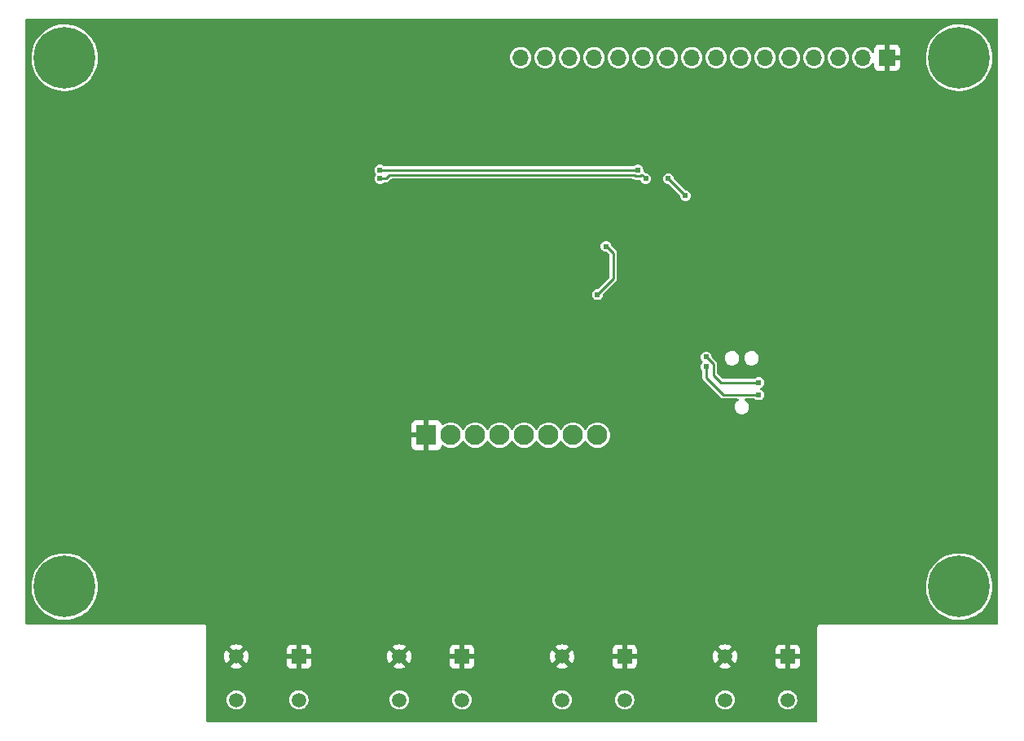
<source format=gbl>
G04 #@! TF.GenerationSoftware,KiCad,Pcbnew,6.0.11-2627ca5db0~126~ubuntu22.04.1*
G04 #@! TF.CreationDate,2025-05-14T16:21:12-06:00*
G04 #@! TF.ProjectId,i2c-headunit,6932632d-6865-4616-9475-6e69742e6b69,rev?*
G04 #@! TF.SameCoordinates,Original*
G04 #@! TF.FileFunction,Copper,L2,Bot*
G04 #@! TF.FilePolarity,Positive*
%FSLAX46Y46*%
G04 Gerber Fmt 4.6, Leading zero omitted, Abs format (unit mm)*
G04 Created by KiCad (PCBNEW 6.0.11-2627ca5db0~126~ubuntu22.04.1) date 2025-05-14 16:21:12*
%MOMM*%
%LPD*%
G01*
G04 APERTURE LIST*
G04 #@! TA.AperFunction,ComponentPad*
%ADD10C,6.400000*%
G04 #@! TD*
G04 #@! TA.AperFunction,ComponentPad*
%ADD11R,2.100000X2.100000*%
G04 #@! TD*
G04 #@! TA.AperFunction,ComponentPad*
%ADD12C,2.100000*%
G04 #@! TD*
G04 #@! TA.AperFunction,ComponentPad*
%ADD13R,1.498600X1.498600*%
G04 #@! TD*
G04 #@! TA.AperFunction,ComponentPad*
%ADD14C,1.498600*%
G04 #@! TD*
G04 #@! TA.AperFunction,ComponentPad*
%ADD15R,1.700000X1.700000*%
G04 #@! TD*
G04 #@! TA.AperFunction,ComponentPad*
%ADD16O,1.700000X1.700000*%
G04 #@! TD*
G04 #@! TA.AperFunction,ViaPad*
%ADD17C,0.609600*%
G04 #@! TD*
G04 #@! TA.AperFunction,Conductor*
%ADD18C,0.254000*%
G04 #@! TD*
G04 APERTURE END LIST*
D10*
X148082000Y-55118000D03*
X148082000Y-110109000D03*
D11*
X92710000Y-94361000D03*
D12*
X95250000Y-94361000D03*
X97790000Y-94361000D03*
X100330000Y-94361000D03*
X102870000Y-94361000D03*
X105410000Y-94361000D03*
X107950000Y-94361000D03*
X110490000Y-94361000D03*
D10*
X55118000Y-110109000D03*
X55118000Y-55118000D03*
D13*
X79450001Y-117394599D03*
D14*
X72950000Y-117394599D03*
X79450001Y-121894600D03*
X72950000Y-121894600D03*
D15*
X140589000Y-55118000D03*
D16*
X138049000Y-55118000D03*
X135509000Y-55118000D03*
X132969000Y-55118000D03*
X130429000Y-55118000D03*
X127889000Y-55118000D03*
X125349000Y-55118000D03*
X122809000Y-55118000D03*
X120269000Y-55118000D03*
X117729000Y-55118000D03*
X115189000Y-55118000D03*
X112649000Y-55118000D03*
X110109000Y-55118000D03*
X107569000Y-55118000D03*
X105029000Y-55118000D03*
X102489000Y-55118000D03*
D13*
X113308201Y-117394599D03*
D14*
X106808200Y-117394599D03*
X113308201Y-121894600D03*
X106808200Y-121894600D03*
D13*
X130250001Y-117394599D03*
D14*
X123750000Y-117394599D03*
X130250001Y-121894600D03*
X123750000Y-121894600D03*
D13*
X96391801Y-117394599D03*
D14*
X89891800Y-117394599D03*
X96391801Y-121894600D03*
X89891800Y-121894600D03*
D17*
X117856000Y-67691000D03*
X119634000Y-69469000D03*
X121793000Y-87249000D03*
X127254000Y-90170000D03*
X121793000Y-86233000D03*
X127254000Y-88900000D03*
X123317000Y-83820000D03*
X85725000Y-75819000D03*
X126238000Y-104582000D03*
X84836000Y-79756000D03*
X123317000Y-85344000D03*
X107677000Y-76346000D03*
X110871000Y-104582000D03*
X83947000Y-79756000D03*
X83947000Y-74930000D03*
X124460000Y-71501000D03*
X123698000Y-87630000D03*
X76962000Y-104582000D03*
X123317000Y-84582000D03*
X124460000Y-70739000D03*
X83058000Y-74930000D03*
X108566000Y-76346000D03*
X83947000Y-82423000D03*
X83947000Y-75819000D03*
X84836000Y-74930000D03*
X75438000Y-104582000D03*
X85725000Y-74930000D03*
X93980000Y-104582000D03*
X84836000Y-81534000D03*
X84836000Y-82423000D03*
X120923000Y-75546000D03*
X104726500Y-62786500D03*
X85725000Y-81534000D03*
X92456000Y-104582000D03*
X111379000Y-76346000D03*
X85725000Y-82423000D03*
X84836000Y-80645000D03*
X84836000Y-75819000D03*
X85725000Y-79756000D03*
X109347000Y-104582000D03*
X117240000Y-75546000D03*
X83947000Y-80645000D03*
X83058000Y-75819000D03*
X127762000Y-104582000D03*
X120034000Y-75546000D03*
X83947000Y-81534000D03*
X85725000Y-80645000D03*
X83058000Y-79756000D03*
X115500000Y-67691000D03*
X87884000Y-67691000D03*
X114681000Y-66802000D03*
X87884000Y-66802000D03*
X110490000Y-79756000D03*
X111379000Y-74746000D03*
D18*
X117856000Y-67691000D02*
X119634000Y-69469000D01*
X121793000Y-88392000D02*
X123571000Y-90170000D01*
X123571000Y-90170000D02*
X127254000Y-90170000D01*
X121793000Y-87249000D02*
X121793000Y-88392000D01*
X122555000Y-88138000D02*
X123317000Y-88900000D01*
X121793000Y-86233000D02*
X122555000Y-86995000D01*
X122555000Y-86995000D02*
X122555000Y-88138000D01*
X123317000Y-88900000D02*
X127254000Y-88900000D01*
X88519000Y-67691000D02*
X88900000Y-67310000D01*
X114326895Y-67310000D02*
X114428495Y-67411600D01*
X115035105Y-67310000D02*
X115119000Y-67310000D01*
X114933505Y-67411600D02*
X115035105Y-67310000D01*
X88900000Y-67310000D02*
X114326895Y-67310000D01*
X115119000Y-67310000D02*
X115500000Y-67691000D01*
X87884000Y-67691000D02*
X88519000Y-67691000D01*
X114428495Y-67411600D02*
X114933505Y-67411600D01*
X87884000Y-66802000D02*
X114681000Y-66802000D01*
X112141000Y-75438000D02*
X111449000Y-74746000D01*
X110490000Y-79756000D02*
X112141000Y-78105000D01*
X111449000Y-74746000D02*
X111379000Y-74746000D01*
X112141000Y-78105000D02*
X112141000Y-75438000D01*
G04 #@! TA.AperFunction,Conductor*
G36*
X152087621Y-51074502D02*
G01*
X152134114Y-51128158D01*
X152145500Y-51180500D01*
X152145500Y-113919500D01*
X152125498Y-113987621D01*
X152071842Y-114034114D01*
X152019500Y-114045500D01*
X133641476Y-114045500D01*
X133616897Y-114043079D01*
X133604000Y-114040514D01*
X133591828Y-114042935D01*
X133578933Y-114045500D01*
X133504699Y-114060266D01*
X133420516Y-114116516D01*
X133364266Y-114200699D01*
X133344514Y-114300000D01*
X133346935Y-114312170D01*
X133347079Y-114312894D01*
X133349500Y-114337476D01*
X133349500Y-124079500D01*
X133329498Y-124147621D01*
X133275842Y-124194114D01*
X133223500Y-124205500D01*
X69976500Y-124205500D01*
X69908379Y-124185498D01*
X69861886Y-124131842D01*
X69850500Y-124079500D01*
X69850500Y-121880517D01*
X71941441Y-121880517D01*
X71957914Y-122076682D01*
X71959613Y-122082607D01*
X71971459Y-122123918D01*
X72012174Y-122265911D01*
X72014993Y-122271396D01*
X72099339Y-122435516D01*
X72099342Y-122435521D01*
X72102157Y-122440998D01*
X72224433Y-122595272D01*
X72229127Y-122599266D01*
X72229127Y-122599267D01*
X72263864Y-122628830D01*
X72374346Y-122722858D01*
X72546185Y-122818896D01*
X72733406Y-122879727D01*
X72928876Y-122903036D01*
X72935011Y-122902564D01*
X72935013Y-122902564D01*
X73119010Y-122888406D01*
X73119015Y-122888405D01*
X73125151Y-122887933D01*
X73131081Y-122886277D01*
X73131083Y-122886277D01*
X73308827Y-122836650D01*
X73308826Y-122836650D01*
X73314755Y-122834995D01*
X73342857Y-122820800D01*
X73484971Y-122749012D01*
X73490465Y-122746237D01*
X73645590Y-122625041D01*
X73667838Y-122599267D01*
X73770195Y-122480684D01*
X73770195Y-122480683D01*
X73774219Y-122476022D01*
X73794116Y-122440998D01*
X73868407Y-122310221D01*
X73871454Y-122304858D01*
X73933591Y-122118066D01*
X73939595Y-122070540D01*
X73957822Y-121926266D01*
X73957823Y-121926256D01*
X73958264Y-121922763D01*
X73958657Y-121894600D01*
X73957276Y-121880517D01*
X78441442Y-121880517D01*
X78457915Y-122076682D01*
X78459614Y-122082607D01*
X78471460Y-122123918D01*
X78512175Y-122265911D01*
X78514994Y-122271396D01*
X78599340Y-122435516D01*
X78599343Y-122435521D01*
X78602158Y-122440998D01*
X78724434Y-122595272D01*
X78729128Y-122599266D01*
X78729128Y-122599267D01*
X78763865Y-122628830D01*
X78874347Y-122722858D01*
X79046186Y-122818896D01*
X79233407Y-122879727D01*
X79428877Y-122903036D01*
X79435012Y-122902564D01*
X79435014Y-122902564D01*
X79619011Y-122888406D01*
X79619016Y-122888405D01*
X79625152Y-122887933D01*
X79631082Y-122886277D01*
X79631084Y-122886277D01*
X79808828Y-122836650D01*
X79808827Y-122836650D01*
X79814756Y-122834995D01*
X79842858Y-122820800D01*
X79984972Y-122749012D01*
X79990466Y-122746237D01*
X80145591Y-122625041D01*
X80167839Y-122599267D01*
X80270196Y-122480684D01*
X80270196Y-122480683D01*
X80274220Y-122476022D01*
X80294117Y-122440998D01*
X80368408Y-122310221D01*
X80371455Y-122304858D01*
X80433592Y-122118066D01*
X80439596Y-122070540D01*
X80457823Y-121926266D01*
X80457824Y-121926256D01*
X80458265Y-121922763D01*
X80458658Y-121894600D01*
X80457277Y-121880517D01*
X88883241Y-121880517D01*
X88899714Y-122076682D01*
X88901413Y-122082607D01*
X88913259Y-122123918D01*
X88953974Y-122265911D01*
X88956793Y-122271396D01*
X89041139Y-122435516D01*
X89041142Y-122435521D01*
X89043957Y-122440998D01*
X89166233Y-122595272D01*
X89170927Y-122599266D01*
X89170927Y-122599267D01*
X89205664Y-122628830D01*
X89316146Y-122722858D01*
X89487985Y-122818896D01*
X89675206Y-122879727D01*
X89870676Y-122903036D01*
X89876811Y-122902564D01*
X89876813Y-122902564D01*
X90060810Y-122888406D01*
X90060815Y-122888405D01*
X90066951Y-122887933D01*
X90072881Y-122886277D01*
X90072883Y-122886277D01*
X90250627Y-122836650D01*
X90250626Y-122836650D01*
X90256555Y-122834995D01*
X90284657Y-122820800D01*
X90426771Y-122749012D01*
X90432265Y-122746237D01*
X90587390Y-122625041D01*
X90609638Y-122599267D01*
X90711995Y-122480684D01*
X90711995Y-122480683D01*
X90716019Y-122476022D01*
X90735916Y-122440998D01*
X90810207Y-122310221D01*
X90813254Y-122304858D01*
X90875391Y-122118066D01*
X90881395Y-122070540D01*
X90899622Y-121926266D01*
X90899623Y-121926256D01*
X90900064Y-121922763D01*
X90900457Y-121894600D01*
X90899076Y-121880517D01*
X95383242Y-121880517D01*
X95399715Y-122076682D01*
X95401414Y-122082607D01*
X95413260Y-122123918D01*
X95453975Y-122265911D01*
X95456794Y-122271396D01*
X95541140Y-122435516D01*
X95541143Y-122435521D01*
X95543958Y-122440998D01*
X95666234Y-122595272D01*
X95670928Y-122599266D01*
X95670928Y-122599267D01*
X95705665Y-122628830D01*
X95816147Y-122722858D01*
X95987986Y-122818896D01*
X96175207Y-122879727D01*
X96370677Y-122903036D01*
X96376812Y-122902564D01*
X96376814Y-122902564D01*
X96560811Y-122888406D01*
X96560816Y-122888405D01*
X96566952Y-122887933D01*
X96572882Y-122886277D01*
X96572884Y-122886277D01*
X96750628Y-122836650D01*
X96750627Y-122836650D01*
X96756556Y-122834995D01*
X96784658Y-122820800D01*
X96926772Y-122749012D01*
X96932266Y-122746237D01*
X97087391Y-122625041D01*
X97109639Y-122599267D01*
X97211996Y-122480684D01*
X97211996Y-122480683D01*
X97216020Y-122476022D01*
X97235917Y-122440998D01*
X97310208Y-122310221D01*
X97313255Y-122304858D01*
X97375392Y-122118066D01*
X97381396Y-122070540D01*
X97399623Y-121926266D01*
X97399624Y-121926256D01*
X97400065Y-121922763D01*
X97400458Y-121894600D01*
X97399077Y-121880517D01*
X105799641Y-121880517D01*
X105816114Y-122076682D01*
X105817813Y-122082607D01*
X105829659Y-122123918D01*
X105870374Y-122265911D01*
X105873193Y-122271396D01*
X105957539Y-122435516D01*
X105957542Y-122435521D01*
X105960357Y-122440998D01*
X106082633Y-122595272D01*
X106087327Y-122599266D01*
X106087327Y-122599267D01*
X106122064Y-122628830D01*
X106232546Y-122722858D01*
X106404385Y-122818896D01*
X106591606Y-122879727D01*
X106787076Y-122903036D01*
X106793211Y-122902564D01*
X106793213Y-122902564D01*
X106977210Y-122888406D01*
X106977215Y-122888405D01*
X106983351Y-122887933D01*
X106989281Y-122886277D01*
X106989283Y-122886277D01*
X107167027Y-122836650D01*
X107167026Y-122836650D01*
X107172955Y-122834995D01*
X107201057Y-122820800D01*
X107343171Y-122749012D01*
X107348665Y-122746237D01*
X107503790Y-122625041D01*
X107526038Y-122599267D01*
X107628395Y-122480684D01*
X107628395Y-122480683D01*
X107632419Y-122476022D01*
X107652316Y-122440998D01*
X107726607Y-122310221D01*
X107729654Y-122304858D01*
X107791791Y-122118066D01*
X107797795Y-122070540D01*
X107816022Y-121926266D01*
X107816023Y-121926256D01*
X107816464Y-121922763D01*
X107816857Y-121894600D01*
X107815476Y-121880517D01*
X112299642Y-121880517D01*
X112316115Y-122076682D01*
X112317814Y-122082607D01*
X112329660Y-122123918D01*
X112370375Y-122265911D01*
X112373194Y-122271396D01*
X112457540Y-122435516D01*
X112457543Y-122435521D01*
X112460358Y-122440998D01*
X112582634Y-122595272D01*
X112587328Y-122599266D01*
X112587328Y-122599267D01*
X112622065Y-122628830D01*
X112732547Y-122722858D01*
X112904386Y-122818896D01*
X113091607Y-122879727D01*
X113287077Y-122903036D01*
X113293212Y-122902564D01*
X113293214Y-122902564D01*
X113477211Y-122888406D01*
X113477216Y-122888405D01*
X113483352Y-122887933D01*
X113489282Y-122886277D01*
X113489284Y-122886277D01*
X113667028Y-122836650D01*
X113667027Y-122836650D01*
X113672956Y-122834995D01*
X113701058Y-122820800D01*
X113843172Y-122749012D01*
X113848666Y-122746237D01*
X114003791Y-122625041D01*
X114026039Y-122599267D01*
X114128396Y-122480684D01*
X114128396Y-122480683D01*
X114132420Y-122476022D01*
X114152317Y-122440998D01*
X114226608Y-122310221D01*
X114229655Y-122304858D01*
X114291792Y-122118066D01*
X114297796Y-122070540D01*
X114316023Y-121926266D01*
X114316024Y-121926256D01*
X114316465Y-121922763D01*
X114316858Y-121894600D01*
X114315477Y-121880517D01*
X122741441Y-121880517D01*
X122757914Y-122076682D01*
X122759613Y-122082607D01*
X122771459Y-122123918D01*
X122812174Y-122265911D01*
X122814993Y-122271396D01*
X122899339Y-122435516D01*
X122899342Y-122435521D01*
X122902157Y-122440998D01*
X123024433Y-122595272D01*
X123029127Y-122599266D01*
X123029127Y-122599267D01*
X123063864Y-122628830D01*
X123174346Y-122722858D01*
X123346185Y-122818896D01*
X123533406Y-122879727D01*
X123728876Y-122903036D01*
X123735011Y-122902564D01*
X123735013Y-122902564D01*
X123919010Y-122888406D01*
X123919015Y-122888405D01*
X123925151Y-122887933D01*
X123931081Y-122886277D01*
X123931083Y-122886277D01*
X124108827Y-122836650D01*
X124108826Y-122836650D01*
X124114755Y-122834995D01*
X124142857Y-122820800D01*
X124284971Y-122749012D01*
X124290465Y-122746237D01*
X124445590Y-122625041D01*
X124467838Y-122599267D01*
X124570195Y-122480684D01*
X124570195Y-122480683D01*
X124574219Y-122476022D01*
X124594116Y-122440998D01*
X124668407Y-122310221D01*
X124671454Y-122304858D01*
X124733591Y-122118066D01*
X124739595Y-122070540D01*
X124757822Y-121926266D01*
X124757823Y-121926256D01*
X124758264Y-121922763D01*
X124758657Y-121894600D01*
X124757276Y-121880517D01*
X129241442Y-121880517D01*
X129257915Y-122076682D01*
X129259614Y-122082607D01*
X129271460Y-122123918D01*
X129312175Y-122265911D01*
X129314994Y-122271396D01*
X129399340Y-122435516D01*
X129399343Y-122435521D01*
X129402158Y-122440998D01*
X129524434Y-122595272D01*
X129529128Y-122599266D01*
X129529128Y-122599267D01*
X129563865Y-122628830D01*
X129674347Y-122722858D01*
X129846186Y-122818896D01*
X130033407Y-122879727D01*
X130228877Y-122903036D01*
X130235012Y-122902564D01*
X130235014Y-122902564D01*
X130419011Y-122888406D01*
X130419016Y-122888405D01*
X130425152Y-122887933D01*
X130431082Y-122886277D01*
X130431084Y-122886277D01*
X130608828Y-122836650D01*
X130608827Y-122836650D01*
X130614756Y-122834995D01*
X130642858Y-122820800D01*
X130784972Y-122749012D01*
X130790466Y-122746237D01*
X130945591Y-122625041D01*
X130967839Y-122599267D01*
X131070196Y-122480684D01*
X131070196Y-122480683D01*
X131074220Y-122476022D01*
X131094117Y-122440998D01*
X131168408Y-122310221D01*
X131171455Y-122304858D01*
X131233592Y-122118066D01*
X131239596Y-122070540D01*
X131257823Y-121926266D01*
X131257824Y-121926256D01*
X131258265Y-121922763D01*
X131258658Y-121894600D01*
X131239448Y-121698684D01*
X131237667Y-121692785D01*
X131237666Y-121692780D01*
X131184332Y-121516130D01*
X131182551Y-121510231D01*
X131090133Y-121336418D01*
X131086243Y-121331648D01*
X131086240Y-121331644D01*
X130969609Y-121188641D01*
X130969606Y-121188638D01*
X130965714Y-121183866D01*
X130959423Y-121178661D01*
X130818783Y-121062313D01*
X130814035Y-121058385D01*
X130808618Y-121055456D01*
X130808615Y-121055454D01*
X130646291Y-120967686D01*
X130646286Y-120967684D01*
X130640871Y-120964756D01*
X130617918Y-120957651D01*
X130458707Y-120908367D01*
X130458704Y-120908366D01*
X130452820Y-120906545D01*
X130446695Y-120905901D01*
X130446694Y-120905901D01*
X130263171Y-120886612D01*
X130263170Y-120886612D01*
X130257043Y-120885968D01*
X130174105Y-120893516D01*
X130067137Y-120903250D01*
X130067134Y-120903251D01*
X130060998Y-120903809D01*
X129872151Y-120959390D01*
X129697698Y-121050592D01*
X129544281Y-121173942D01*
X129540322Y-121178660D01*
X129540321Y-121178661D01*
X129531947Y-121188641D01*
X129417744Y-121324742D01*
X129322909Y-121497248D01*
X129321045Y-121503123D01*
X129321044Y-121503126D01*
X129318791Y-121510231D01*
X129263386Y-121684888D01*
X129241442Y-121880517D01*
X124757276Y-121880517D01*
X124739447Y-121698684D01*
X124737666Y-121692785D01*
X124737665Y-121692780D01*
X124684331Y-121516130D01*
X124682550Y-121510231D01*
X124590132Y-121336418D01*
X124586242Y-121331648D01*
X124586239Y-121331644D01*
X124469608Y-121188641D01*
X124469605Y-121188638D01*
X124465713Y-121183866D01*
X124459422Y-121178661D01*
X124318782Y-121062313D01*
X124314034Y-121058385D01*
X124308617Y-121055456D01*
X124308614Y-121055454D01*
X124146290Y-120967686D01*
X124146285Y-120967684D01*
X124140870Y-120964756D01*
X124117917Y-120957651D01*
X123958706Y-120908367D01*
X123958703Y-120908366D01*
X123952819Y-120906545D01*
X123946694Y-120905901D01*
X123946693Y-120905901D01*
X123763170Y-120886612D01*
X123763169Y-120886612D01*
X123757042Y-120885968D01*
X123674104Y-120893516D01*
X123567136Y-120903250D01*
X123567133Y-120903251D01*
X123560997Y-120903809D01*
X123372150Y-120959390D01*
X123197697Y-121050592D01*
X123044280Y-121173942D01*
X123040321Y-121178660D01*
X123040320Y-121178661D01*
X123031946Y-121188641D01*
X122917743Y-121324742D01*
X122822908Y-121497248D01*
X122821044Y-121503123D01*
X122821043Y-121503126D01*
X122818790Y-121510231D01*
X122763385Y-121684888D01*
X122741441Y-121880517D01*
X114315477Y-121880517D01*
X114297648Y-121698684D01*
X114295867Y-121692785D01*
X114295866Y-121692780D01*
X114242532Y-121516130D01*
X114240751Y-121510231D01*
X114148333Y-121336418D01*
X114144443Y-121331648D01*
X114144440Y-121331644D01*
X114027809Y-121188641D01*
X114027806Y-121188638D01*
X114023914Y-121183866D01*
X114017623Y-121178661D01*
X113876983Y-121062313D01*
X113872235Y-121058385D01*
X113866818Y-121055456D01*
X113866815Y-121055454D01*
X113704491Y-120967686D01*
X113704486Y-120967684D01*
X113699071Y-120964756D01*
X113676118Y-120957651D01*
X113516907Y-120908367D01*
X113516904Y-120908366D01*
X113511020Y-120906545D01*
X113504895Y-120905901D01*
X113504894Y-120905901D01*
X113321371Y-120886612D01*
X113321370Y-120886612D01*
X113315243Y-120885968D01*
X113232305Y-120893516D01*
X113125337Y-120903250D01*
X113125334Y-120903251D01*
X113119198Y-120903809D01*
X112930351Y-120959390D01*
X112755898Y-121050592D01*
X112602481Y-121173942D01*
X112598522Y-121178660D01*
X112598521Y-121178661D01*
X112590147Y-121188641D01*
X112475944Y-121324742D01*
X112381109Y-121497248D01*
X112379245Y-121503123D01*
X112379244Y-121503126D01*
X112376991Y-121510231D01*
X112321586Y-121684888D01*
X112299642Y-121880517D01*
X107815476Y-121880517D01*
X107797647Y-121698684D01*
X107795866Y-121692785D01*
X107795865Y-121692780D01*
X107742531Y-121516130D01*
X107740750Y-121510231D01*
X107648332Y-121336418D01*
X107644442Y-121331648D01*
X107644439Y-121331644D01*
X107527808Y-121188641D01*
X107527805Y-121188638D01*
X107523913Y-121183866D01*
X107517622Y-121178661D01*
X107376982Y-121062313D01*
X107372234Y-121058385D01*
X107366817Y-121055456D01*
X107366814Y-121055454D01*
X107204490Y-120967686D01*
X107204485Y-120967684D01*
X107199070Y-120964756D01*
X107176117Y-120957651D01*
X107016906Y-120908367D01*
X107016903Y-120908366D01*
X107011019Y-120906545D01*
X107004894Y-120905901D01*
X107004893Y-120905901D01*
X106821370Y-120886612D01*
X106821369Y-120886612D01*
X106815242Y-120885968D01*
X106732304Y-120893516D01*
X106625336Y-120903250D01*
X106625333Y-120903251D01*
X106619197Y-120903809D01*
X106430350Y-120959390D01*
X106255897Y-121050592D01*
X106102480Y-121173942D01*
X106098521Y-121178660D01*
X106098520Y-121178661D01*
X106090146Y-121188641D01*
X105975943Y-121324742D01*
X105881108Y-121497248D01*
X105879244Y-121503123D01*
X105879243Y-121503126D01*
X105876990Y-121510231D01*
X105821585Y-121684888D01*
X105799641Y-121880517D01*
X97399077Y-121880517D01*
X97381248Y-121698684D01*
X97379467Y-121692785D01*
X97379466Y-121692780D01*
X97326132Y-121516130D01*
X97324351Y-121510231D01*
X97231933Y-121336418D01*
X97228043Y-121331648D01*
X97228040Y-121331644D01*
X97111409Y-121188641D01*
X97111406Y-121188638D01*
X97107514Y-121183866D01*
X97101223Y-121178661D01*
X96960583Y-121062313D01*
X96955835Y-121058385D01*
X96950418Y-121055456D01*
X96950415Y-121055454D01*
X96788091Y-120967686D01*
X96788086Y-120967684D01*
X96782671Y-120964756D01*
X96759718Y-120957651D01*
X96600507Y-120908367D01*
X96600504Y-120908366D01*
X96594620Y-120906545D01*
X96588495Y-120905901D01*
X96588494Y-120905901D01*
X96404971Y-120886612D01*
X96404970Y-120886612D01*
X96398843Y-120885968D01*
X96315905Y-120893516D01*
X96208937Y-120903250D01*
X96208934Y-120903251D01*
X96202798Y-120903809D01*
X96013951Y-120959390D01*
X95839498Y-121050592D01*
X95686081Y-121173942D01*
X95682122Y-121178660D01*
X95682121Y-121178661D01*
X95673747Y-121188641D01*
X95559544Y-121324742D01*
X95464709Y-121497248D01*
X95462845Y-121503123D01*
X95462844Y-121503126D01*
X95460591Y-121510231D01*
X95405186Y-121684888D01*
X95383242Y-121880517D01*
X90899076Y-121880517D01*
X90881247Y-121698684D01*
X90879466Y-121692785D01*
X90879465Y-121692780D01*
X90826131Y-121516130D01*
X90824350Y-121510231D01*
X90731932Y-121336418D01*
X90728042Y-121331648D01*
X90728039Y-121331644D01*
X90611408Y-121188641D01*
X90611405Y-121188638D01*
X90607513Y-121183866D01*
X90601222Y-121178661D01*
X90460582Y-121062313D01*
X90455834Y-121058385D01*
X90450417Y-121055456D01*
X90450414Y-121055454D01*
X90288090Y-120967686D01*
X90288085Y-120967684D01*
X90282670Y-120964756D01*
X90259717Y-120957651D01*
X90100506Y-120908367D01*
X90100503Y-120908366D01*
X90094619Y-120906545D01*
X90088494Y-120905901D01*
X90088493Y-120905901D01*
X89904970Y-120886612D01*
X89904969Y-120886612D01*
X89898842Y-120885968D01*
X89815904Y-120893516D01*
X89708936Y-120903250D01*
X89708933Y-120903251D01*
X89702797Y-120903809D01*
X89513950Y-120959390D01*
X89339497Y-121050592D01*
X89186080Y-121173942D01*
X89182121Y-121178660D01*
X89182120Y-121178661D01*
X89173746Y-121188641D01*
X89059543Y-121324742D01*
X88964708Y-121497248D01*
X88962844Y-121503123D01*
X88962843Y-121503126D01*
X88960590Y-121510231D01*
X88905185Y-121684888D01*
X88883241Y-121880517D01*
X80457277Y-121880517D01*
X80439448Y-121698684D01*
X80437667Y-121692785D01*
X80437666Y-121692780D01*
X80384332Y-121516130D01*
X80382551Y-121510231D01*
X80290133Y-121336418D01*
X80286243Y-121331648D01*
X80286240Y-121331644D01*
X80169609Y-121188641D01*
X80169606Y-121188638D01*
X80165714Y-121183866D01*
X80159423Y-121178661D01*
X80018783Y-121062313D01*
X80014035Y-121058385D01*
X80008618Y-121055456D01*
X80008615Y-121055454D01*
X79846291Y-120967686D01*
X79846286Y-120967684D01*
X79840871Y-120964756D01*
X79817918Y-120957651D01*
X79658707Y-120908367D01*
X79658704Y-120908366D01*
X79652820Y-120906545D01*
X79646695Y-120905901D01*
X79646694Y-120905901D01*
X79463171Y-120886612D01*
X79463170Y-120886612D01*
X79457043Y-120885968D01*
X79374105Y-120893516D01*
X79267137Y-120903250D01*
X79267134Y-120903251D01*
X79260998Y-120903809D01*
X79072151Y-120959390D01*
X78897698Y-121050592D01*
X78744281Y-121173942D01*
X78740322Y-121178660D01*
X78740321Y-121178661D01*
X78731947Y-121188641D01*
X78617744Y-121324742D01*
X78522909Y-121497248D01*
X78521045Y-121503123D01*
X78521044Y-121503126D01*
X78518791Y-121510231D01*
X78463386Y-121684888D01*
X78441442Y-121880517D01*
X73957276Y-121880517D01*
X73939447Y-121698684D01*
X73937666Y-121692785D01*
X73937665Y-121692780D01*
X73884331Y-121516130D01*
X73882550Y-121510231D01*
X73790132Y-121336418D01*
X73786242Y-121331648D01*
X73786239Y-121331644D01*
X73669608Y-121188641D01*
X73669605Y-121188638D01*
X73665713Y-121183866D01*
X73659422Y-121178661D01*
X73518782Y-121062313D01*
X73514034Y-121058385D01*
X73508617Y-121055456D01*
X73508614Y-121055454D01*
X73346290Y-120967686D01*
X73346285Y-120967684D01*
X73340870Y-120964756D01*
X73317917Y-120957651D01*
X73158706Y-120908367D01*
X73158703Y-120908366D01*
X73152819Y-120906545D01*
X73146694Y-120905901D01*
X73146693Y-120905901D01*
X72963170Y-120886612D01*
X72963169Y-120886612D01*
X72957042Y-120885968D01*
X72874104Y-120893516D01*
X72767136Y-120903250D01*
X72767133Y-120903251D01*
X72760997Y-120903809D01*
X72572150Y-120959390D01*
X72397697Y-121050592D01*
X72244280Y-121173942D01*
X72240321Y-121178660D01*
X72240320Y-121178661D01*
X72231946Y-121188641D01*
X72117743Y-121324742D01*
X72022908Y-121497248D01*
X72021044Y-121503123D01*
X72021043Y-121503126D01*
X72018790Y-121510231D01*
X71963385Y-121684888D01*
X71941441Y-121880517D01*
X69850500Y-121880517D01*
X69850500Y-118444258D01*
X72264896Y-118444258D01*
X72274192Y-118456273D01*
X72314440Y-118484455D01*
X72323935Y-118489938D01*
X72513353Y-118578265D01*
X72523645Y-118582011D01*
X72725523Y-118636104D01*
X72736318Y-118638007D01*
X72944525Y-118656223D01*
X72955475Y-118656223D01*
X73163682Y-118638007D01*
X73174477Y-118636104D01*
X73376355Y-118582011D01*
X73386647Y-118578265D01*
X73576065Y-118489938D01*
X73585560Y-118484455D01*
X73626646Y-118455686D01*
X73635021Y-118445209D01*
X73627953Y-118431762D01*
X73384759Y-118188568D01*
X78192702Y-118188568D01*
X78193072Y-118195389D01*
X78198596Y-118246251D01*
X78202222Y-118261503D01*
X78247377Y-118381953D01*
X78255915Y-118397548D01*
X78332416Y-118499623D01*
X78344977Y-118512184D01*
X78447052Y-118588685D01*
X78462647Y-118597223D01*
X78583095Y-118642377D01*
X78598350Y-118646004D01*
X78649215Y-118651530D01*
X78656029Y-118651899D01*
X79177886Y-118651899D01*
X79193125Y-118647424D01*
X79194330Y-118646034D01*
X79196001Y-118638351D01*
X79196001Y-118633783D01*
X79704001Y-118633783D01*
X79708476Y-118649022D01*
X79709866Y-118650227D01*
X79717549Y-118651898D01*
X80243970Y-118651898D01*
X80250791Y-118651528D01*
X80301653Y-118646004D01*
X80316905Y-118642378D01*
X80437355Y-118597223D01*
X80452950Y-118588685D01*
X80555025Y-118512184D01*
X80567586Y-118499623D01*
X80609080Y-118444258D01*
X89206696Y-118444258D01*
X89215992Y-118456273D01*
X89256240Y-118484455D01*
X89265735Y-118489938D01*
X89455153Y-118578265D01*
X89465445Y-118582011D01*
X89667323Y-118636104D01*
X89678118Y-118638007D01*
X89886325Y-118656223D01*
X89897275Y-118656223D01*
X90105482Y-118638007D01*
X90116277Y-118636104D01*
X90318155Y-118582011D01*
X90328447Y-118578265D01*
X90517865Y-118489938D01*
X90527360Y-118484455D01*
X90568446Y-118455686D01*
X90576821Y-118445209D01*
X90569753Y-118431762D01*
X90326559Y-118188568D01*
X95134502Y-118188568D01*
X95134872Y-118195389D01*
X95140396Y-118246251D01*
X95144022Y-118261503D01*
X95189177Y-118381953D01*
X95197715Y-118397548D01*
X95274216Y-118499623D01*
X95286777Y-118512184D01*
X95388852Y-118588685D01*
X95404447Y-118597223D01*
X95524895Y-118642377D01*
X95540150Y-118646004D01*
X95591015Y-118651530D01*
X95597829Y-118651899D01*
X96119686Y-118651899D01*
X96134925Y-118647424D01*
X96136130Y-118646034D01*
X96137801Y-118638351D01*
X96137801Y-118633783D01*
X96645801Y-118633783D01*
X96650276Y-118649022D01*
X96651666Y-118650227D01*
X96659349Y-118651898D01*
X97185770Y-118651898D01*
X97192591Y-118651528D01*
X97243453Y-118646004D01*
X97258705Y-118642378D01*
X97379155Y-118597223D01*
X97394750Y-118588685D01*
X97496825Y-118512184D01*
X97509386Y-118499623D01*
X97550880Y-118444258D01*
X106123096Y-118444258D01*
X106132392Y-118456273D01*
X106172640Y-118484455D01*
X106182135Y-118489938D01*
X106371553Y-118578265D01*
X106381845Y-118582011D01*
X106583723Y-118636104D01*
X106594518Y-118638007D01*
X106802725Y-118656223D01*
X106813675Y-118656223D01*
X107021882Y-118638007D01*
X107032677Y-118636104D01*
X107234555Y-118582011D01*
X107244847Y-118578265D01*
X107434265Y-118489938D01*
X107443760Y-118484455D01*
X107484846Y-118455686D01*
X107493221Y-118445209D01*
X107486153Y-118431762D01*
X107242959Y-118188568D01*
X112050902Y-118188568D01*
X112051272Y-118195389D01*
X112056796Y-118246251D01*
X112060422Y-118261503D01*
X112105577Y-118381953D01*
X112114115Y-118397548D01*
X112190616Y-118499623D01*
X112203177Y-118512184D01*
X112305252Y-118588685D01*
X112320847Y-118597223D01*
X112441295Y-118642377D01*
X112456550Y-118646004D01*
X112507415Y-118651530D01*
X112514229Y-118651899D01*
X113036086Y-118651899D01*
X113051325Y-118647424D01*
X113052530Y-118646034D01*
X113054201Y-118638351D01*
X113054201Y-118633783D01*
X113562201Y-118633783D01*
X113566676Y-118649022D01*
X113568066Y-118650227D01*
X113575749Y-118651898D01*
X114102170Y-118651898D01*
X114108991Y-118651528D01*
X114159853Y-118646004D01*
X114175105Y-118642378D01*
X114295555Y-118597223D01*
X114311150Y-118588685D01*
X114413225Y-118512184D01*
X114425786Y-118499623D01*
X114467280Y-118444258D01*
X123064896Y-118444258D01*
X123074192Y-118456273D01*
X123114440Y-118484455D01*
X123123935Y-118489938D01*
X123313353Y-118578265D01*
X123323645Y-118582011D01*
X123525523Y-118636104D01*
X123536318Y-118638007D01*
X123744525Y-118656223D01*
X123755475Y-118656223D01*
X123963682Y-118638007D01*
X123974477Y-118636104D01*
X124176355Y-118582011D01*
X124186647Y-118578265D01*
X124376065Y-118489938D01*
X124385560Y-118484455D01*
X124426646Y-118455686D01*
X124435021Y-118445209D01*
X124427953Y-118431762D01*
X124184759Y-118188568D01*
X128992702Y-118188568D01*
X128993072Y-118195389D01*
X128998596Y-118246251D01*
X129002222Y-118261503D01*
X129047377Y-118381953D01*
X129055915Y-118397548D01*
X129132416Y-118499623D01*
X129144977Y-118512184D01*
X129247052Y-118588685D01*
X129262647Y-118597223D01*
X129383095Y-118642377D01*
X129398350Y-118646004D01*
X129449215Y-118651530D01*
X129456029Y-118651899D01*
X129977886Y-118651899D01*
X129993125Y-118647424D01*
X129994330Y-118646034D01*
X129996001Y-118638351D01*
X129996001Y-118633783D01*
X130504001Y-118633783D01*
X130508476Y-118649022D01*
X130509866Y-118650227D01*
X130517549Y-118651898D01*
X131043970Y-118651898D01*
X131050791Y-118651528D01*
X131101653Y-118646004D01*
X131116905Y-118642378D01*
X131237355Y-118597223D01*
X131252950Y-118588685D01*
X131355025Y-118512184D01*
X131367586Y-118499623D01*
X131444087Y-118397548D01*
X131452625Y-118381953D01*
X131497779Y-118261505D01*
X131501406Y-118246250D01*
X131506932Y-118195385D01*
X131507301Y-118188571D01*
X131507301Y-117666714D01*
X131502826Y-117651475D01*
X131501436Y-117650270D01*
X131493753Y-117648599D01*
X130522116Y-117648599D01*
X130506877Y-117653074D01*
X130505672Y-117654464D01*
X130504001Y-117662147D01*
X130504001Y-118633783D01*
X129996001Y-118633783D01*
X129996001Y-117666714D01*
X129991526Y-117651475D01*
X129990136Y-117650270D01*
X129982453Y-117648599D01*
X129010817Y-117648599D01*
X128995578Y-117653074D01*
X128994373Y-117654464D01*
X128992702Y-117662147D01*
X128992702Y-118188568D01*
X124184759Y-118188568D01*
X123762812Y-117766621D01*
X123748868Y-117759007D01*
X123747035Y-117759138D01*
X123740420Y-117763389D01*
X123071326Y-118432483D01*
X123064896Y-118444258D01*
X114467280Y-118444258D01*
X114502287Y-118397548D01*
X114510825Y-118381953D01*
X114555979Y-118261505D01*
X114559606Y-118246250D01*
X114565132Y-118195385D01*
X114565501Y-118188571D01*
X114565501Y-117666714D01*
X114561026Y-117651475D01*
X114559636Y-117650270D01*
X114551953Y-117648599D01*
X113580316Y-117648599D01*
X113565077Y-117653074D01*
X113563872Y-117654464D01*
X113562201Y-117662147D01*
X113562201Y-118633783D01*
X113054201Y-118633783D01*
X113054201Y-117666714D01*
X113049726Y-117651475D01*
X113048336Y-117650270D01*
X113040653Y-117648599D01*
X112069017Y-117648599D01*
X112053778Y-117653074D01*
X112052573Y-117654464D01*
X112050902Y-117662147D01*
X112050902Y-118188568D01*
X107242959Y-118188568D01*
X106821012Y-117766621D01*
X106807068Y-117759007D01*
X106805235Y-117759138D01*
X106798620Y-117763389D01*
X106129526Y-118432483D01*
X106123096Y-118444258D01*
X97550880Y-118444258D01*
X97585887Y-118397548D01*
X97594425Y-118381953D01*
X97639579Y-118261505D01*
X97643206Y-118246250D01*
X97648732Y-118195385D01*
X97649101Y-118188571D01*
X97649101Y-117666714D01*
X97644626Y-117651475D01*
X97643236Y-117650270D01*
X97635553Y-117648599D01*
X96663916Y-117648599D01*
X96648677Y-117653074D01*
X96647472Y-117654464D01*
X96645801Y-117662147D01*
X96645801Y-118633783D01*
X96137801Y-118633783D01*
X96137801Y-117666714D01*
X96133326Y-117651475D01*
X96131936Y-117650270D01*
X96124253Y-117648599D01*
X95152617Y-117648599D01*
X95137378Y-117653074D01*
X95136173Y-117654464D01*
X95134502Y-117662147D01*
X95134502Y-118188568D01*
X90326559Y-118188568D01*
X89904612Y-117766621D01*
X89890668Y-117759007D01*
X89888835Y-117759138D01*
X89882220Y-117763389D01*
X89213126Y-118432483D01*
X89206696Y-118444258D01*
X80609080Y-118444258D01*
X80644087Y-118397548D01*
X80652625Y-118381953D01*
X80697779Y-118261505D01*
X80701406Y-118246250D01*
X80706932Y-118195385D01*
X80707301Y-118188571D01*
X80707301Y-117666714D01*
X80702826Y-117651475D01*
X80701436Y-117650270D01*
X80693753Y-117648599D01*
X79722116Y-117648599D01*
X79706877Y-117653074D01*
X79705672Y-117654464D01*
X79704001Y-117662147D01*
X79704001Y-118633783D01*
X79196001Y-118633783D01*
X79196001Y-117666714D01*
X79191526Y-117651475D01*
X79190136Y-117650270D01*
X79182453Y-117648599D01*
X78210817Y-117648599D01*
X78195578Y-117653074D01*
X78194373Y-117654464D01*
X78192702Y-117662147D01*
X78192702Y-118188568D01*
X73384759Y-118188568D01*
X72962812Y-117766621D01*
X72948868Y-117759007D01*
X72947035Y-117759138D01*
X72940420Y-117763389D01*
X72271326Y-118432483D01*
X72264896Y-118444258D01*
X69850500Y-118444258D01*
X69850500Y-117400074D01*
X71688376Y-117400074D01*
X71706592Y-117608281D01*
X71708495Y-117619076D01*
X71762588Y-117820954D01*
X71766334Y-117831246D01*
X71854661Y-118020663D01*
X71860144Y-118030159D01*
X71888913Y-118071245D01*
X71899390Y-118079620D01*
X71912838Y-118072551D01*
X72577978Y-117407411D01*
X72584356Y-117395731D01*
X73314408Y-117395731D01*
X73314539Y-117397564D01*
X73318790Y-117404179D01*
X73987884Y-118073273D01*
X73999659Y-118079703D01*
X74011674Y-118070407D01*
X74039856Y-118030159D01*
X74045339Y-118020663D01*
X74133666Y-117831246D01*
X74137412Y-117820954D01*
X74191505Y-117619076D01*
X74193408Y-117608281D01*
X74211624Y-117400074D01*
X88630176Y-117400074D01*
X88648392Y-117608281D01*
X88650295Y-117619076D01*
X88704388Y-117820954D01*
X88708134Y-117831246D01*
X88796461Y-118020663D01*
X88801944Y-118030159D01*
X88830713Y-118071245D01*
X88841190Y-118079620D01*
X88854638Y-118072551D01*
X89519778Y-117407411D01*
X89526156Y-117395731D01*
X90256208Y-117395731D01*
X90256339Y-117397564D01*
X90260590Y-117404179D01*
X90929684Y-118073273D01*
X90941459Y-118079703D01*
X90953474Y-118070407D01*
X90981656Y-118030159D01*
X90987139Y-118020663D01*
X91075466Y-117831246D01*
X91079212Y-117820954D01*
X91133305Y-117619076D01*
X91135208Y-117608281D01*
X91153424Y-117400074D01*
X105546576Y-117400074D01*
X105564792Y-117608281D01*
X105566695Y-117619076D01*
X105620788Y-117820954D01*
X105624534Y-117831246D01*
X105712861Y-118020663D01*
X105718344Y-118030159D01*
X105747113Y-118071245D01*
X105757590Y-118079620D01*
X105771038Y-118072551D01*
X106436178Y-117407411D01*
X106442556Y-117395731D01*
X107172608Y-117395731D01*
X107172739Y-117397564D01*
X107176990Y-117404179D01*
X107846084Y-118073273D01*
X107857859Y-118079703D01*
X107869874Y-118070407D01*
X107898056Y-118030159D01*
X107903539Y-118020663D01*
X107991866Y-117831246D01*
X107995612Y-117820954D01*
X108049705Y-117619076D01*
X108051608Y-117608281D01*
X108069824Y-117400074D01*
X122488376Y-117400074D01*
X122506592Y-117608281D01*
X122508495Y-117619076D01*
X122562588Y-117820954D01*
X122566334Y-117831246D01*
X122654661Y-118020663D01*
X122660144Y-118030159D01*
X122688913Y-118071245D01*
X122699390Y-118079620D01*
X122712838Y-118072551D01*
X123377978Y-117407411D01*
X123384356Y-117395731D01*
X124114408Y-117395731D01*
X124114539Y-117397564D01*
X124118790Y-117404179D01*
X124787884Y-118073273D01*
X124799659Y-118079703D01*
X124811674Y-118070407D01*
X124839856Y-118030159D01*
X124845339Y-118020663D01*
X124933666Y-117831246D01*
X124937412Y-117820954D01*
X124991505Y-117619076D01*
X124993408Y-117608281D01*
X125011624Y-117400074D01*
X125011624Y-117389124D01*
X124993408Y-117180917D01*
X124991505Y-117170122D01*
X124978740Y-117122484D01*
X128992701Y-117122484D01*
X128997176Y-117137723D01*
X128998566Y-117138928D01*
X129006249Y-117140599D01*
X129977886Y-117140599D01*
X129993125Y-117136124D01*
X129994330Y-117134734D01*
X129996001Y-117127051D01*
X129996001Y-117122484D01*
X130504001Y-117122484D01*
X130508476Y-117137723D01*
X130509866Y-117138928D01*
X130517549Y-117140599D01*
X131489185Y-117140599D01*
X131504424Y-117136124D01*
X131505629Y-117134734D01*
X131507300Y-117127051D01*
X131507300Y-116600630D01*
X131506930Y-116593809D01*
X131501406Y-116542947D01*
X131497780Y-116527695D01*
X131452625Y-116407245D01*
X131444087Y-116391650D01*
X131367586Y-116289575D01*
X131355025Y-116277014D01*
X131252950Y-116200513D01*
X131237355Y-116191975D01*
X131116907Y-116146821D01*
X131101652Y-116143194D01*
X131050787Y-116137668D01*
X131043973Y-116137299D01*
X130522116Y-116137299D01*
X130506877Y-116141774D01*
X130505672Y-116143164D01*
X130504001Y-116150847D01*
X130504001Y-117122484D01*
X129996001Y-117122484D01*
X129996001Y-116155415D01*
X129991526Y-116140176D01*
X129990136Y-116138971D01*
X129982453Y-116137300D01*
X129456032Y-116137300D01*
X129449211Y-116137670D01*
X129398349Y-116143194D01*
X129383097Y-116146820D01*
X129262647Y-116191975D01*
X129247052Y-116200513D01*
X129144977Y-116277014D01*
X129132416Y-116289575D01*
X129055915Y-116391650D01*
X129047377Y-116407245D01*
X129002223Y-116527693D01*
X128998596Y-116542948D01*
X128993070Y-116593813D01*
X128992701Y-116600627D01*
X128992701Y-117122484D01*
X124978740Y-117122484D01*
X124937412Y-116968244D01*
X124933666Y-116957952D01*
X124845339Y-116768535D01*
X124839856Y-116759039D01*
X124811087Y-116717953D01*
X124800610Y-116709578D01*
X124787162Y-116716647D01*
X124122022Y-117381787D01*
X124114408Y-117395731D01*
X123384356Y-117395731D01*
X123385592Y-117393467D01*
X123385461Y-117391634D01*
X123381210Y-117385019D01*
X122712116Y-116715925D01*
X122700341Y-116709495D01*
X122688326Y-116718791D01*
X122660144Y-116759039D01*
X122654661Y-116768535D01*
X122566334Y-116957952D01*
X122562588Y-116968244D01*
X122508495Y-117170122D01*
X122506592Y-117180917D01*
X122488376Y-117389124D01*
X122488376Y-117400074D01*
X108069824Y-117400074D01*
X108069824Y-117389124D01*
X108051608Y-117180917D01*
X108049705Y-117170122D01*
X108036940Y-117122484D01*
X112050901Y-117122484D01*
X112055376Y-117137723D01*
X112056766Y-117138928D01*
X112064449Y-117140599D01*
X113036086Y-117140599D01*
X113051325Y-117136124D01*
X113052530Y-117134734D01*
X113054201Y-117127051D01*
X113054201Y-117122484D01*
X113562201Y-117122484D01*
X113566676Y-117137723D01*
X113568066Y-117138928D01*
X113575749Y-117140599D01*
X114547385Y-117140599D01*
X114562624Y-117136124D01*
X114563829Y-117134734D01*
X114565500Y-117127051D01*
X114565500Y-116600630D01*
X114565130Y-116593809D01*
X114559606Y-116542947D01*
X114555980Y-116527695D01*
X114510825Y-116407245D01*
X114502287Y-116391650D01*
X114466567Y-116343989D01*
X123064979Y-116343989D01*
X123072048Y-116357437D01*
X123737188Y-117022577D01*
X123751132Y-117030191D01*
X123752965Y-117030060D01*
X123759580Y-117025809D01*
X124428674Y-116356715D01*
X124435104Y-116344940D01*
X124425808Y-116332925D01*
X124385560Y-116304743D01*
X124376065Y-116299260D01*
X124186647Y-116210933D01*
X124176355Y-116207187D01*
X123974477Y-116153094D01*
X123963682Y-116151191D01*
X123755475Y-116132975D01*
X123744525Y-116132975D01*
X123536318Y-116151191D01*
X123525523Y-116153094D01*
X123323645Y-116207187D01*
X123313353Y-116210933D01*
X123123936Y-116299260D01*
X123114440Y-116304743D01*
X123073354Y-116333512D01*
X123064979Y-116343989D01*
X114466567Y-116343989D01*
X114425786Y-116289575D01*
X114413225Y-116277014D01*
X114311150Y-116200513D01*
X114295555Y-116191975D01*
X114175107Y-116146821D01*
X114159852Y-116143194D01*
X114108987Y-116137668D01*
X114102173Y-116137299D01*
X113580316Y-116137299D01*
X113565077Y-116141774D01*
X113563872Y-116143164D01*
X113562201Y-116150847D01*
X113562201Y-117122484D01*
X113054201Y-117122484D01*
X113054201Y-116155415D01*
X113049726Y-116140176D01*
X113048336Y-116138971D01*
X113040653Y-116137300D01*
X112514232Y-116137300D01*
X112507411Y-116137670D01*
X112456549Y-116143194D01*
X112441297Y-116146820D01*
X112320847Y-116191975D01*
X112305252Y-116200513D01*
X112203177Y-116277014D01*
X112190616Y-116289575D01*
X112114115Y-116391650D01*
X112105577Y-116407245D01*
X112060423Y-116527693D01*
X112056796Y-116542948D01*
X112051270Y-116593813D01*
X112050901Y-116600627D01*
X112050901Y-117122484D01*
X108036940Y-117122484D01*
X107995612Y-116968244D01*
X107991866Y-116957952D01*
X107903539Y-116768535D01*
X107898056Y-116759039D01*
X107869287Y-116717953D01*
X107858810Y-116709578D01*
X107845362Y-116716647D01*
X107180222Y-117381787D01*
X107172608Y-117395731D01*
X106442556Y-117395731D01*
X106443792Y-117393467D01*
X106443661Y-117391634D01*
X106439410Y-117385019D01*
X105770316Y-116715925D01*
X105758541Y-116709495D01*
X105746526Y-116718791D01*
X105718344Y-116759039D01*
X105712861Y-116768535D01*
X105624534Y-116957952D01*
X105620788Y-116968244D01*
X105566695Y-117170122D01*
X105564792Y-117180917D01*
X105546576Y-117389124D01*
X105546576Y-117400074D01*
X91153424Y-117400074D01*
X91153424Y-117389124D01*
X91135208Y-117180917D01*
X91133305Y-117170122D01*
X91120540Y-117122484D01*
X95134501Y-117122484D01*
X95138976Y-117137723D01*
X95140366Y-117138928D01*
X95148049Y-117140599D01*
X96119686Y-117140599D01*
X96134925Y-117136124D01*
X96136130Y-117134734D01*
X96137801Y-117127051D01*
X96137801Y-117122484D01*
X96645801Y-117122484D01*
X96650276Y-117137723D01*
X96651666Y-117138928D01*
X96659349Y-117140599D01*
X97630985Y-117140599D01*
X97646224Y-117136124D01*
X97647429Y-117134734D01*
X97649100Y-117127051D01*
X97649100Y-116600630D01*
X97648730Y-116593809D01*
X97643206Y-116542947D01*
X97639580Y-116527695D01*
X97594425Y-116407245D01*
X97585887Y-116391650D01*
X97550167Y-116343989D01*
X106123179Y-116343989D01*
X106130248Y-116357437D01*
X106795388Y-117022577D01*
X106809332Y-117030191D01*
X106811165Y-117030060D01*
X106817780Y-117025809D01*
X107486874Y-116356715D01*
X107493304Y-116344940D01*
X107484008Y-116332925D01*
X107443760Y-116304743D01*
X107434265Y-116299260D01*
X107244847Y-116210933D01*
X107234555Y-116207187D01*
X107032677Y-116153094D01*
X107021882Y-116151191D01*
X106813675Y-116132975D01*
X106802725Y-116132975D01*
X106594518Y-116151191D01*
X106583723Y-116153094D01*
X106381845Y-116207187D01*
X106371553Y-116210933D01*
X106182136Y-116299260D01*
X106172640Y-116304743D01*
X106131554Y-116333512D01*
X106123179Y-116343989D01*
X97550167Y-116343989D01*
X97509386Y-116289575D01*
X97496825Y-116277014D01*
X97394750Y-116200513D01*
X97379155Y-116191975D01*
X97258707Y-116146821D01*
X97243452Y-116143194D01*
X97192587Y-116137668D01*
X97185773Y-116137299D01*
X96663916Y-116137299D01*
X96648677Y-116141774D01*
X96647472Y-116143164D01*
X96645801Y-116150847D01*
X96645801Y-117122484D01*
X96137801Y-117122484D01*
X96137801Y-116155415D01*
X96133326Y-116140176D01*
X96131936Y-116138971D01*
X96124253Y-116137300D01*
X95597832Y-116137300D01*
X95591011Y-116137670D01*
X95540149Y-116143194D01*
X95524897Y-116146820D01*
X95404447Y-116191975D01*
X95388852Y-116200513D01*
X95286777Y-116277014D01*
X95274216Y-116289575D01*
X95197715Y-116391650D01*
X95189177Y-116407245D01*
X95144023Y-116527693D01*
X95140396Y-116542948D01*
X95134870Y-116593813D01*
X95134501Y-116600627D01*
X95134501Y-117122484D01*
X91120540Y-117122484D01*
X91079212Y-116968244D01*
X91075466Y-116957952D01*
X90987139Y-116768535D01*
X90981656Y-116759039D01*
X90952887Y-116717953D01*
X90942410Y-116709578D01*
X90928962Y-116716647D01*
X90263822Y-117381787D01*
X90256208Y-117395731D01*
X89526156Y-117395731D01*
X89527392Y-117393467D01*
X89527261Y-117391634D01*
X89523010Y-117385019D01*
X88853916Y-116715925D01*
X88842141Y-116709495D01*
X88830126Y-116718791D01*
X88801944Y-116759039D01*
X88796461Y-116768535D01*
X88708134Y-116957952D01*
X88704388Y-116968244D01*
X88650295Y-117170122D01*
X88648392Y-117180917D01*
X88630176Y-117389124D01*
X88630176Y-117400074D01*
X74211624Y-117400074D01*
X74211624Y-117389124D01*
X74193408Y-117180917D01*
X74191505Y-117170122D01*
X74178740Y-117122484D01*
X78192701Y-117122484D01*
X78197176Y-117137723D01*
X78198566Y-117138928D01*
X78206249Y-117140599D01*
X79177886Y-117140599D01*
X79193125Y-117136124D01*
X79194330Y-117134734D01*
X79196001Y-117127051D01*
X79196001Y-117122484D01*
X79704001Y-117122484D01*
X79708476Y-117137723D01*
X79709866Y-117138928D01*
X79717549Y-117140599D01*
X80689185Y-117140599D01*
X80704424Y-117136124D01*
X80705629Y-117134734D01*
X80707300Y-117127051D01*
X80707300Y-116600630D01*
X80706930Y-116593809D01*
X80701406Y-116542947D01*
X80697780Y-116527695D01*
X80652625Y-116407245D01*
X80644087Y-116391650D01*
X80608367Y-116343989D01*
X89206779Y-116343989D01*
X89213848Y-116357437D01*
X89878988Y-117022577D01*
X89892932Y-117030191D01*
X89894765Y-117030060D01*
X89901380Y-117025809D01*
X90570474Y-116356715D01*
X90576904Y-116344940D01*
X90567608Y-116332925D01*
X90527360Y-116304743D01*
X90517865Y-116299260D01*
X90328447Y-116210933D01*
X90318155Y-116207187D01*
X90116277Y-116153094D01*
X90105482Y-116151191D01*
X89897275Y-116132975D01*
X89886325Y-116132975D01*
X89678118Y-116151191D01*
X89667323Y-116153094D01*
X89465445Y-116207187D01*
X89455153Y-116210933D01*
X89265736Y-116299260D01*
X89256240Y-116304743D01*
X89215154Y-116333512D01*
X89206779Y-116343989D01*
X80608367Y-116343989D01*
X80567586Y-116289575D01*
X80555025Y-116277014D01*
X80452950Y-116200513D01*
X80437355Y-116191975D01*
X80316907Y-116146821D01*
X80301652Y-116143194D01*
X80250787Y-116137668D01*
X80243973Y-116137299D01*
X79722116Y-116137299D01*
X79706877Y-116141774D01*
X79705672Y-116143164D01*
X79704001Y-116150847D01*
X79704001Y-117122484D01*
X79196001Y-117122484D01*
X79196001Y-116155415D01*
X79191526Y-116140176D01*
X79190136Y-116138971D01*
X79182453Y-116137300D01*
X78656032Y-116137300D01*
X78649211Y-116137670D01*
X78598349Y-116143194D01*
X78583097Y-116146820D01*
X78462647Y-116191975D01*
X78447052Y-116200513D01*
X78344977Y-116277014D01*
X78332416Y-116289575D01*
X78255915Y-116391650D01*
X78247377Y-116407245D01*
X78202223Y-116527693D01*
X78198596Y-116542948D01*
X78193070Y-116593813D01*
X78192701Y-116600627D01*
X78192701Y-117122484D01*
X74178740Y-117122484D01*
X74137412Y-116968244D01*
X74133666Y-116957952D01*
X74045339Y-116768535D01*
X74039856Y-116759039D01*
X74011087Y-116717953D01*
X74000610Y-116709578D01*
X73987162Y-116716647D01*
X73322022Y-117381787D01*
X73314408Y-117395731D01*
X72584356Y-117395731D01*
X72585592Y-117393467D01*
X72585461Y-117391634D01*
X72581210Y-117385019D01*
X71912116Y-116715925D01*
X71900341Y-116709495D01*
X71888326Y-116718791D01*
X71860144Y-116759039D01*
X71854661Y-116768535D01*
X71766334Y-116957952D01*
X71762588Y-116968244D01*
X71708495Y-117170122D01*
X71706592Y-117180917D01*
X71688376Y-117389124D01*
X71688376Y-117400074D01*
X69850500Y-117400074D01*
X69850500Y-116343989D01*
X72264979Y-116343989D01*
X72272048Y-116357437D01*
X72937188Y-117022577D01*
X72951132Y-117030191D01*
X72952965Y-117030060D01*
X72959580Y-117025809D01*
X73628674Y-116356715D01*
X73635104Y-116344940D01*
X73625808Y-116332925D01*
X73585560Y-116304743D01*
X73576065Y-116299260D01*
X73386647Y-116210933D01*
X73376355Y-116207187D01*
X73174477Y-116153094D01*
X73163682Y-116151191D01*
X72955475Y-116132975D01*
X72944525Y-116132975D01*
X72736318Y-116151191D01*
X72725523Y-116153094D01*
X72523645Y-116207187D01*
X72513353Y-116210933D01*
X72323936Y-116299260D01*
X72314440Y-116304743D01*
X72273354Y-116333512D01*
X72264979Y-116343989D01*
X69850500Y-116343989D01*
X69850500Y-114337476D01*
X69852921Y-114312894D01*
X69853065Y-114312170D01*
X69855486Y-114300000D01*
X69835734Y-114200699D01*
X69779484Y-114116516D01*
X69695301Y-114060266D01*
X69621067Y-114045500D01*
X69608172Y-114042935D01*
X69596000Y-114040514D01*
X69583103Y-114043079D01*
X69558524Y-114045500D01*
X51180500Y-114045500D01*
X51112379Y-114025498D01*
X51065886Y-113971842D01*
X51054500Y-113919500D01*
X51054500Y-110096924D01*
X51658447Y-110096924D01*
X51677378Y-110470624D01*
X51736557Y-110840094D01*
X51835293Y-111201011D01*
X51972430Y-111549154D01*
X52146365Y-111880450D01*
X52148262Y-111883274D01*
X52148265Y-111883278D01*
X52344014Y-112174585D01*
X52355061Y-112191024D01*
X52357256Y-112193630D01*
X52357260Y-112193636D01*
X52376961Y-112217031D01*
X52596079Y-112477241D01*
X52866598Y-112735755D01*
X53163455Y-112963541D01*
X53483176Y-113157935D01*
X53822021Y-113316661D01*
X53825239Y-113317763D01*
X53825242Y-113317764D01*
X54172803Y-113436761D01*
X54172811Y-113436763D01*
X54176026Y-113437864D01*
X54541051Y-113520126D01*
X54628200Y-113530056D01*
X54909442Y-113562100D01*
X54909450Y-113562100D01*
X54912825Y-113562485D01*
X54916229Y-113562503D01*
X54916232Y-113562503D01*
X55119556Y-113563567D01*
X55286999Y-113564444D01*
X55290385Y-113564094D01*
X55290387Y-113564094D01*
X55655805Y-113526332D01*
X55655814Y-113526331D01*
X55659197Y-113525981D01*
X55662530Y-113525267D01*
X55662533Y-113525266D01*
X55842820Y-113486616D01*
X56025063Y-113447546D01*
X56380318Y-113330056D01*
X56720807Y-113174887D01*
X56818707Y-113116758D01*
X57039601Y-112985601D01*
X57039606Y-112985598D01*
X57042546Y-112983852D01*
X57072354Y-112961472D01*
X57144828Y-112907056D01*
X57341771Y-112759187D01*
X57614983Y-112503521D01*
X57858985Y-112219842D01*
X57880737Y-112188192D01*
X58068992Y-111914280D01*
X58068997Y-111914273D01*
X58070922Y-111911471D01*
X58072534Y-111908477D01*
X58072539Y-111908469D01*
X58246694Y-111585027D01*
X58248316Y-111582015D01*
X58389091Y-111235327D01*
X58491601Y-110875463D01*
X58554647Y-110506634D01*
X58556850Y-110470624D01*
X58577380Y-110134948D01*
X58577490Y-110133152D01*
X58577574Y-110109000D01*
X58576920Y-110096924D01*
X144622447Y-110096924D01*
X144641378Y-110470624D01*
X144700557Y-110840094D01*
X144799293Y-111201011D01*
X144936430Y-111549154D01*
X145110365Y-111880450D01*
X145112262Y-111883274D01*
X145112265Y-111883278D01*
X145308014Y-112174585D01*
X145319061Y-112191024D01*
X145321256Y-112193630D01*
X145321260Y-112193636D01*
X145340961Y-112217031D01*
X145560079Y-112477241D01*
X145830598Y-112735755D01*
X146127455Y-112963541D01*
X146447176Y-113157935D01*
X146786021Y-113316661D01*
X146789239Y-113317763D01*
X146789242Y-113317764D01*
X147136803Y-113436761D01*
X147136811Y-113436763D01*
X147140026Y-113437864D01*
X147505051Y-113520126D01*
X147592200Y-113530056D01*
X147873442Y-113562100D01*
X147873450Y-113562100D01*
X147876825Y-113562485D01*
X147880229Y-113562503D01*
X147880232Y-113562503D01*
X148083556Y-113563567D01*
X148250999Y-113564444D01*
X148254385Y-113564094D01*
X148254387Y-113564094D01*
X148619805Y-113526332D01*
X148619814Y-113526331D01*
X148623197Y-113525981D01*
X148626530Y-113525267D01*
X148626533Y-113525266D01*
X148806820Y-113486616D01*
X148989063Y-113447546D01*
X149344318Y-113330056D01*
X149684807Y-113174887D01*
X149782707Y-113116758D01*
X150003601Y-112985601D01*
X150003606Y-112985598D01*
X150006546Y-112983852D01*
X150036354Y-112961472D01*
X150108828Y-112907056D01*
X150305771Y-112759187D01*
X150578983Y-112503521D01*
X150822985Y-112219842D01*
X150844737Y-112188192D01*
X151032992Y-111914280D01*
X151032997Y-111914273D01*
X151034922Y-111911471D01*
X151036534Y-111908477D01*
X151036539Y-111908469D01*
X151210694Y-111585027D01*
X151212316Y-111582015D01*
X151353091Y-111235327D01*
X151455601Y-110875463D01*
X151518647Y-110506634D01*
X151520850Y-110470624D01*
X151541380Y-110134948D01*
X151541490Y-110133152D01*
X151541574Y-110109000D01*
X151521339Y-109735368D01*
X151460870Y-109366107D01*
X151360875Y-109005537D01*
X151357627Y-108997373D01*
X151223783Y-108661039D01*
X151223779Y-108661031D01*
X151222523Y-108657874D01*
X151047434Y-108327188D01*
X151045534Y-108324382D01*
X151045530Y-108324375D01*
X150839561Y-108020162D01*
X150837654Y-108017345D01*
X150595639Y-107731970D01*
X150324219Y-107474402D01*
X150321512Y-107472340D01*
X150321504Y-107472333D01*
X150029281Y-107249720D01*
X150026569Y-107247654D01*
X149706172Y-107054377D01*
X149703082Y-107052943D01*
X149703077Y-107052940D01*
X149369871Y-106898272D01*
X149369869Y-106898271D01*
X149366775Y-106896835D01*
X149363540Y-106895740D01*
X149363535Y-106895738D01*
X149015583Y-106777963D01*
X149012348Y-106776868D01*
X148647038Y-106695881D01*
X148514294Y-106681226D01*
X148278500Y-106655193D01*
X148278495Y-106655193D01*
X148275119Y-106654820D01*
X148271720Y-106654814D01*
X148271719Y-106654814D01*
X148094987Y-106654506D01*
X147900940Y-106654167D01*
X147762079Y-106669007D01*
X147532263Y-106693567D01*
X147532257Y-106693568D01*
X147528879Y-106693929D01*
X147163289Y-106773641D01*
X146808446Y-106892369D01*
X146468501Y-107048727D01*
X146465567Y-107050483D01*
X146465565Y-107050484D01*
X146456110Y-107056143D01*
X146147431Y-107240883D01*
X145848991Y-107466591D01*
X145846509Y-107468930D01*
X145846503Y-107468935D01*
X145840702Y-107474402D01*
X145576674Y-107723210D01*
X145333664Y-108007738D01*
X145331736Y-108010565D01*
X145331734Y-108010567D01*
X145327111Y-108017345D01*
X145122804Y-108316847D01*
X144946561Y-108646921D01*
X144945288Y-108650089D01*
X144945287Y-108650090D01*
X144943368Y-108654865D01*
X144806997Y-108994098D01*
X144705744Y-109354317D01*
X144643986Y-109723365D01*
X144622447Y-110096924D01*
X58576920Y-110096924D01*
X58557339Y-109735368D01*
X58496870Y-109366107D01*
X58396875Y-109005537D01*
X58393627Y-108997373D01*
X58259783Y-108661039D01*
X58259779Y-108661031D01*
X58258523Y-108657874D01*
X58083434Y-108327188D01*
X58081534Y-108324382D01*
X58081530Y-108324375D01*
X57875561Y-108020162D01*
X57873654Y-108017345D01*
X57631639Y-107731970D01*
X57360219Y-107474402D01*
X57357512Y-107472340D01*
X57357504Y-107472333D01*
X57065281Y-107249720D01*
X57062569Y-107247654D01*
X56742172Y-107054377D01*
X56739082Y-107052943D01*
X56739077Y-107052940D01*
X56405871Y-106898272D01*
X56405869Y-106898271D01*
X56402775Y-106896835D01*
X56399540Y-106895740D01*
X56399535Y-106895738D01*
X56051583Y-106777963D01*
X56048348Y-106776868D01*
X55683038Y-106695881D01*
X55550294Y-106681226D01*
X55314500Y-106655193D01*
X55314495Y-106655193D01*
X55311119Y-106654820D01*
X55307720Y-106654814D01*
X55307719Y-106654814D01*
X55130987Y-106654506D01*
X54936940Y-106654167D01*
X54798079Y-106669007D01*
X54568263Y-106693567D01*
X54568257Y-106693568D01*
X54564879Y-106693929D01*
X54199289Y-106773641D01*
X53844446Y-106892369D01*
X53504501Y-107048727D01*
X53501567Y-107050483D01*
X53501565Y-107050484D01*
X53492110Y-107056143D01*
X53183431Y-107240883D01*
X52884991Y-107466591D01*
X52882509Y-107468930D01*
X52882503Y-107468935D01*
X52876702Y-107474402D01*
X52612674Y-107723210D01*
X52369664Y-108007738D01*
X52367736Y-108010565D01*
X52367734Y-108010567D01*
X52363111Y-108017345D01*
X52158804Y-108316847D01*
X51982561Y-108646921D01*
X51981288Y-108650089D01*
X51981287Y-108650090D01*
X51979368Y-108654865D01*
X51842997Y-108994098D01*
X51741744Y-109354317D01*
X51679986Y-109723365D01*
X51658447Y-110096924D01*
X51054500Y-110096924D01*
X51054500Y-95455669D01*
X91152001Y-95455669D01*
X91152371Y-95462490D01*
X91157895Y-95513352D01*
X91161521Y-95528604D01*
X91206676Y-95649054D01*
X91215214Y-95664649D01*
X91291715Y-95766724D01*
X91304276Y-95779285D01*
X91406351Y-95855786D01*
X91421946Y-95864324D01*
X91542394Y-95909478D01*
X91557649Y-95913105D01*
X91608514Y-95918631D01*
X91615328Y-95919000D01*
X92437885Y-95919000D01*
X92453124Y-95914525D01*
X92454329Y-95913135D01*
X92456000Y-95905452D01*
X92456000Y-95900884D01*
X92964000Y-95900884D01*
X92968475Y-95916123D01*
X92969865Y-95917328D01*
X92977548Y-95918999D01*
X93804669Y-95918999D01*
X93811490Y-95918629D01*
X93862352Y-95913105D01*
X93877604Y-95909479D01*
X93998054Y-95864324D01*
X94013649Y-95855786D01*
X94115724Y-95779285D01*
X94128285Y-95766724D01*
X94204786Y-95664649D01*
X94213324Y-95649054D01*
X94258478Y-95528606D01*
X94262106Y-95513351D01*
X94264494Y-95491363D01*
X94291736Y-95425801D01*
X94350098Y-95385374D01*
X94421052Y-95382918D01*
X94462028Y-95401757D01*
X94535340Y-95453091D01*
X94595258Y-95495046D01*
X94600240Y-95497369D01*
X94600245Y-95497372D01*
X94797148Y-95589189D01*
X94802130Y-95591512D01*
X94807438Y-95592934D01*
X94807440Y-95592935D01*
X95016882Y-95649054D01*
X95022611Y-95650589D01*
X95250000Y-95670483D01*
X95477389Y-95650589D01*
X95483118Y-95649054D01*
X95692560Y-95592935D01*
X95692562Y-95592934D01*
X95697870Y-95591512D01*
X95702852Y-95589189D01*
X95899755Y-95497372D01*
X95899760Y-95497369D01*
X95904742Y-95495046D01*
X96037971Y-95401757D01*
X96087208Y-95367281D01*
X96087210Y-95367279D01*
X96091719Y-95364122D01*
X96253122Y-95202719D01*
X96384046Y-95015741D01*
X96386369Y-95010759D01*
X96386372Y-95010754D01*
X96405805Y-94969079D01*
X96452723Y-94915794D01*
X96521000Y-94896333D01*
X96588960Y-94916875D01*
X96634195Y-94969079D01*
X96653628Y-95010754D01*
X96653631Y-95010759D01*
X96655954Y-95015741D01*
X96786878Y-95202719D01*
X96948281Y-95364122D01*
X96952790Y-95367279D01*
X96952792Y-95367281D01*
X97002029Y-95401757D01*
X97135258Y-95495046D01*
X97140240Y-95497369D01*
X97140245Y-95497372D01*
X97337148Y-95589189D01*
X97342130Y-95591512D01*
X97347438Y-95592934D01*
X97347440Y-95592935D01*
X97556882Y-95649054D01*
X97562611Y-95650589D01*
X97790000Y-95670483D01*
X98017389Y-95650589D01*
X98023118Y-95649054D01*
X98232560Y-95592935D01*
X98232562Y-95592934D01*
X98237870Y-95591512D01*
X98242852Y-95589189D01*
X98439755Y-95497372D01*
X98439760Y-95497369D01*
X98444742Y-95495046D01*
X98577971Y-95401757D01*
X98627208Y-95367281D01*
X98627210Y-95367279D01*
X98631719Y-95364122D01*
X98793122Y-95202719D01*
X98924046Y-95015741D01*
X98926369Y-95010759D01*
X98926372Y-95010754D01*
X98945805Y-94969079D01*
X98992723Y-94915794D01*
X99061000Y-94896333D01*
X99128960Y-94916875D01*
X99174195Y-94969079D01*
X99193628Y-95010754D01*
X99193631Y-95010759D01*
X99195954Y-95015741D01*
X99326878Y-95202719D01*
X99488281Y-95364122D01*
X99492790Y-95367279D01*
X99492792Y-95367281D01*
X99542029Y-95401757D01*
X99675258Y-95495046D01*
X99680240Y-95497369D01*
X99680245Y-95497372D01*
X99877148Y-95589189D01*
X99882130Y-95591512D01*
X99887438Y-95592934D01*
X99887440Y-95592935D01*
X100096882Y-95649054D01*
X100102611Y-95650589D01*
X100330000Y-95670483D01*
X100557389Y-95650589D01*
X100563118Y-95649054D01*
X100772560Y-95592935D01*
X100772562Y-95592934D01*
X100777870Y-95591512D01*
X100782852Y-95589189D01*
X100979755Y-95497372D01*
X100979760Y-95497369D01*
X100984742Y-95495046D01*
X101117971Y-95401757D01*
X101167208Y-95367281D01*
X101167210Y-95367279D01*
X101171719Y-95364122D01*
X101333122Y-95202719D01*
X101464046Y-95015741D01*
X101466369Y-95010759D01*
X101466372Y-95010754D01*
X101485805Y-94969079D01*
X101532723Y-94915794D01*
X101601000Y-94896333D01*
X101668960Y-94916875D01*
X101714195Y-94969079D01*
X101733628Y-95010754D01*
X101733631Y-95010759D01*
X101735954Y-95015741D01*
X101866878Y-95202719D01*
X102028281Y-95364122D01*
X102032790Y-95367279D01*
X102032792Y-95367281D01*
X102082029Y-95401757D01*
X102215258Y-95495046D01*
X102220240Y-95497369D01*
X102220245Y-95497372D01*
X102417148Y-95589189D01*
X102422130Y-95591512D01*
X102427438Y-95592934D01*
X102427440Y-95592935D01*
X102636882Y-95649054D01*
X102642611Y-95650589D01*
X102870000Y-95670483D01*
X103097389Y-95650589D01*
X103103118Y-95649054D01*
X103312560Y-95592935D01*
X103312562Y-95592934D01*
X103317870Y-95591512D01*
X103322852Y-95589189D01*
X103519755Y-95497372D01*
X103519760Y-95497369D01*
X103524742Y-95495046D01*
X103657971Y-95401757D01*
X103707208Y-95367281D01*
X103707210Y-95367279D01*
X103711719Y-95364122D01*
X103873122Y-95202719D01*
X104004046Y-95015741D01*
X104006369Y-95010759D01*
X104006372Y-95010754D01*
X104025805Y-94969079D01*
X104072723Y-94915794D01*
X104141000Y-94896333D01*
X104208960Y-94916875D01*
X104254195Y-94969079D01*
X104273628Y-95010754D01*
X104273631Y-95010759D01*
X104275954Y-95015741D01*
X104406878Y-95202719D01*
X104568281Y-95364122D01*
X104572790Y-95367279D01*
X104572792Y-95367281D01*
X104622029Y-95401757D01*
X104755258Y-95495046D01*
X104760240Y-95497369D01*
X104760245Y-95497372D01*
X104957148Y-95589189D01*
X104962130Y-95591512D01*
X104967438Y-95592934D01*
X104967440Y-95592935D01*
X105176882Y-95649054D01*
X105182611Y-95650589D01*
X105410000Y-95670483D01*
X105637389Y-95650589D01*
X105643118Y-95649054D01*
X105852560Y-95592935D01*
X105852562Y-95592934D01*
X105857870Y-95591512D01*
X105862852Y-95589189D01*
X106059755Y-95497372D01*
X106059760Y-95497369D01*
X106064742Y-95495046D01*
X106197971Y-95401757D01*
X106247208Y-95367281D01*
X106247210Y-95367279D01*
X106251719Y-95364122D01*
X106413122Y-95202719D01*
X106544046Y-95015741D01*
X106546369Y-95010759D01*
X106546372Y-95010754D01*
X106565805Y-94969079D01*
X106612723Y-94915794D01*
X106681000Y-94896333D01*
X106748960Y-94916875D01*
X106794195Y-94969079D01*
X106813628Y-95010754D01*
X106813631Y-95010759D01*
X106815954Y-95015741D01*
X106946878Y-95202719D01*
X107108281Y-95364122D01*
X107112790Y-95367279D01*
X107112792Y-95367281D01*
X107162029Y-95401757D01*
X107295258Y-95495046D01*
X107300240Y-95497369D01*
X107300245Y-95497372D01*
X107497148Y-95589189D01*
X107502130Y-95591512D01*
X107507438Y-95592934D01*
X107507440Y-95592935D01*
X107716882Y-95649054D01*
X107722611Y-95650589D01*
X107950000Y-95670483D01*
X108177389Y-95650589D01*
X108183118Y-95649054D01*
X108392560Y-95592935D01*
X108392562Y-95592934D01*
X108397870Y-95591512D01*
X108402852Y-95589189D01*
X108599755Y-95497372D01*
X108599760Y-95497369D01*
X108604742Y-95495046D01*
X108737971Y-95401757D01*
X108787208Y-95367281D01*
X108787210Y-95367279D01*
X108791719Y-95364122D01*
X108953122Y-95202719D01*
X109084046Y-95015741D01*
X109086369Y-95010759D01*
X109086372Y-95010754D01*
X109105805Y-94969079D01*
X109152723Y-94915794D01*
X109221000Y-94896333D01*
X109288960Y-94916875D01*
X109334195Y-94969079D01*
X109353628Y-95010754D01*
X109353631Y-95010759D01*
X109355954Y-95015741D01*
X109486878Y-95202719D01*
X109648281Y-95364122D01*
X109652790Y-95367279D01*
X109652792Y-95367281D01*
X109702029Y-95401757D01*
X109835258Y-95495046D01*
X109840240Y-95497369D01*
X109840245Y-95497372D01*
X110037148Y-95589189D01*
X110042130Y-95591512D01*
X110047438Y-95592934D01*
X110047440Y-95592935D01*
X110256882Y-95649054D01*
X110262611Y-95650589D01*
X110490000Y-95670483D01*
X110717389Y-95650589D01*
X110723118Y-95649054D01*
X110932560Y-95592935D01*
X110932562Y-95592934D01*
X110937870Y-95591512D01*
X110942852Y-95589189D01*
X111139755Y-95497372D01*
X111139760Y-95497369D01*
X111144742Y-95495046D01*
X111277971Y-95401757D01*
X111327208Y-95367281D01*
X111327210Y-95367279D01*
X111331719Y-95364122D01*
X111493122Y-95202719D01*
X111624046Y-95015741D01*
X111626369Y-95010759D01*
X111626372Y-95010754D01*
X111718189Y-94813852D01*
X111718190Y-94813850D01*
X111720512Y-94808870D01*
X111779589Y-94588389D01*
X111799483Y-94361000D01*
X111779589Y-94133611D01*
X111720512Y-93913130D01*
X111679727Y-93825667D01*
X111626372Y-93711246D01*
X111626369Y-93711241D01*
X111624046Y-93706259D01*
X111493122Y-93519281D01*
X111331719Y-93357878D01*
X111144742Y-93226954D01*
X111139760Y-93224631D01*
X111139755Y-93224628D01*
X110942852Y-93132811D01*
X110942851Y-93132810D01*
X110937870Y-93130488D01*
X110932562Y-93129066D01*
X110932560Y-93129065D01*
X110722704Y-93072835D01*
X110722703Y-93072835D01*
X110717389Y-93071411D01*
X110490000Y-93051517D01*
X110262611Y-93071411D01*
X110257297Y-93072835D01*
X110257296Y-93072835D01*
X110047440Y-93129065D01*
X110047438Y-93129066D01*
X110042130Y-93130488D01*
X110037150Y-93132810D01*
X110037148Y-93132811D01*
X109840246Y-93224628D01*
X109840241Y-93224631D01*
X109835259Y-93226954D01*
X109730572Y-93300257D01*
X109702028Y-93320244D01*
X109648281Y-93357878D01*
X109486878Y-93519281D01*
X109355954Y-93706259D01*
X109353631Y-93711241D01*
X109353628Y-93711246D01*
X109334195Y-93752921D01*
X109287277Y-93806206D01*
X109219000Y-93825667D01*
X109151040Y-93805125D01*
X109105805Y-93752921D01*
X109086372Y-93711246D01*
X109086369Y-93711241D01*
X109084046Y-93706259D01*
X108953122Y-93519281D01*
X108791719Y-93357878D01*
X108604742Y-93226954D01*
X108599760Y-93224631D01*
X108599755Y-93224628D01*
X108402852Y-93132811D01*
X108402851Y-93132810D01*
X108397870Y-93130488D01*
X108392562Y-93129066D01*
X108392560Y-93129065D01*
X108182704Y-93072835D01*
X108182703Y-93072835D01*
X108177389Y-93071411D01*
X107950000Y-93051517D01*
X107722611Y-93071411D01*
X107717297Y-93072835D01*
X107717296Y-93072835D01*
X107507440Y-93129065D01*
X107507438Y-93129066D01*
X107502130Y-93130488D01*
X107497150Y-93132810D01*
X107497148Y-93132811D01*
X107300246Y-93224628D01*
X107300241Y-93224631D01*
X107295259Y-93226954D01*
X107190572Y-93300257D01*
X107162028Y-93320244D01*
X107108281Y-93357878D01*
X106946878Y-93519281D01*
X106815954Y-93706259D01*
X106813631Y-93711241D01*
X106813628Y-93711246D01*
X106794195Y-93752921D01*
X106747277Y-93806206D01*
X106679000Y-93825667D01*
X106611040Y-93805125D01*
X106565805Y-93752921D01*
X106546372Y-93711246D01*
X106546369Y-93711241D01*
X106544046Y-93706259D01*
X106413122Y-93519281D01*
X106251719Y-93357878D01*
X106064742Y-93226954D01*
X106059760Y-93224631D01*
X106059755Y-93224628D01*
X105862852Y-93132811D01*
X105862851Y-93132810D01*
X105857870Y-93130488D01*
X105852562Y-93129066D01*
X105852560Y-93129065D01*
X105642704Y-93072835D01*
X105642703Y-93072835D01*
X105637389Y-93071411D01*
X105410000Y-93051517D01*
X105182611Y-93071411D01*
X105177297Y-93072835D01*
X105177296Y-93072835D01*
X104967440Y-93129065D01*
X104967438Y-93129066D01*
X104962130Y-93130488D01*
X104957150Y-93132810D01*
X104957148Y-93132811D01*
X104760246Y-93224628D01*
X104760241Y-93224631D01*
X104755259Y-93226954D01*
X104650572Y-93300257D01*
X104622028Y-93320244D01*
X104568281Y-93357878D01*
X104406878Y-93519281D01*
X104275954Y-93706259D01*
X104273631Y-93711241D01*
X104273628Y-93711246D01*
X104254195Y-93752921D01*
X104207277Y-93806206D01*
X104139000Y-93825667D01*
X104071040Y-93805125D01*
X104025805Y-93752921D01*
X104006372Y-93711246D01*
X104006369Y-93711241D01*
X104004046Y-93706259D01*
X103873122Y-93519281D01*
X103711719Y-93357878D01*
X103524742Y-93226954D01*
X103519760Y-93224631D01*
X103519755Y-93224628D01*
X103322852Y-93132811D01*
X103322851Y-93132810D01*
X103317870Y-93130488D01*
X103312562Y-93129066D01*
X103312560Y-93129065D01*
X103102704Y-93072835D01*
X103102703Y-93072835D01*
X103097389Y-93071411D01*
X102870000Y-93051517D01*
X102642611Y-93071411D01*
X102637297Y-93072835D01*
X102637296Y-93072835D01*
X102427440Y-93129065D01*
X102427438Y-93129066D01*
X102422130Y-93130488D01*
X102417150Y-93132810D01*
X102417148Y-93132811D01*
X102220246Y-93224628D01*
X102220241Y-93224631D01*
X102215259Y-93226954D01*
X102110572Y-93300257D01*
X102082028Y-93320244D01*
X102028281Y-93357878D01*
X101866878Y-93519281D01*
X101735954Y-93706259D01*
X101733631Y-93711241D01*
X101733628Y-93711246D01*
X101714195Y-93752921D01*
X101667277Y-93806206D01*
X101599000Y-93825667D01*
X101531040Y-93805125D01*
X101485805Y-93752921D01*
X101466372Y-93711246D01*
X101466369Y-93711241D01*
X101464046Y-93706259D01*
X101333122Y-93519281D01*
X101171719Y-93357878D01*
X100984742Y-93226954D01*
X100979760Y-93224631D01*
X100979755Y-93224628D01*
X100782852Y-93132811D01*
X100782851Y-93132810D01*
X100777870Y-93130488D01*
X100772562Y-93129066D01*
X100772560Y-93129065D01*
X100562704Y-93072835D01*
X100562703Y-93072835D01*
X100557389Y-93071411D01*
X100330000Y-93051517D01*
X100102611Y-93071411D01*
X100097297Y-93072835D01*
X100097296Y-93072835D01*
X99887440Y-93129065D01*
X99887438Y-93129066D01*
X99882130Y-93130488D01*
X99877150Y-93132810D01*
X99877148Y-93132811D01*
X99680246Y-93224628D01*
X99680241Y-93224631D01*
X99675259Y-93226954D01*
X99570572Y-93300257D01*
X99542028Y-93320244D01*
X99488281Y-93357878D01*
X99326878Y-93519281D01*
X99195954Y-93706259D01*
X99193631Y-93711241D01*
X99193628Y-93711246D01*
X99174195Y-93752921D01*
X99127277Y-93806206D01*
X99059000Y-93825667D01*
X98991040Y-93805125D01*
X98945805Y-93752921D01*
X98926372Y-93711246D01*
X98926369Y-93711241D01*
X98924046Y-93706259D01*
X98793122Y-93519281D01*
X98631719Y-93357878D01*
X98444742Y-93226954D01*
X98439760Y-93224631D01*
X98439755Y-93224628D01*
X98242852Y-93132811D01*
X98242851Y-93132810D01*
X98237870Y-93130488D01*
X98232562Y-93129066D01*
X98232560Y-93129065D01*
X98022704Y-93072835D01*
X98022703Y-93072835D01*
X98017389Y-93071411D01*
X97790000Y-93051517D01*
X97562611Y-93071411D01*
X97557297Y-93072835D01*
X97557296Y-93072835D01*
X97347440Y-93129065D01*
X97347438Y-93129066D01*
X97342130Y-93130488D01*
X97337150Y-93132810D01*
X97337148Y-93132811D01*
X97140246Y-93224628D01*
X97140241Y-93224631D01*
X97135259Y-93226954D01*
X97030572Y-93300257D01*
X97002028Y-93320244D01*
X96948281Y-93357878D01*
X96786878Y-93519281D01*
X96655954Y-93706259D01*
X96653631Y-93711241D01*
X96653628Y-93711246D01*
X96634195Y-93752921D01*
X96587277Y-93806206D01*
X96519000Y-93825667D01*
X96451040Y-93805125D01*
X96405805Y-93752921D01*
X96386372Y-93711246D01*
X96386369Y-93711241D01*
X96384046Y-93706259D01*
X96253122Y-93519281D01*
X96091719Y-93357878D01*
X95904742Y-93226954D01*
X95899760Y-93224631D01*
X95899755Y-93224628D01*
X95702852Y-93132811D01*
X95702851Y-93132810D01*
X95697870Y-93130488D01*
X95692562Y-93129066D01*
X95692560Y-93129065D01*
X95482704Y-93072835D01*
X95482703Y-93072835D01*
X95477389Y-93071411D01*
X95250000Y-93051517D01*
X95022611Y-93071411D01*
X95017297Y-93072835D01*
X95017296Y-93072835D01*
X94807440Y-93129065D01*
X94807438Y-93129066D01*
X94802130Y-93130488D01*
X94797150Y-93132810D01*
X94797148Y-93132811D01*
X94600246Y-93224628D01*
X94600241Y-93224631D01*
X94595259Y-93226954D01*
X94590752Y-93230110D01*
X94590750Y-93230111D01*
X94462027Y-93320244D01*
X94394753Y-93342932D01*
X94325892Y-93325647D01*
X94277308Y-93273877D01*
X94264493Y-93230635D01*
X94262105Y-93208648D01*
X94258479Y-93193396D01*
X94213324Y-93072946D01*
X94204786Y-93057351D01*
X94128285Y-92955276D01*
X94115724Y-92942715D01*
X94013649Y-92866214D01*
X93998054Y-92857676D01*
X93877606Y-92812522D01*
X93862351Y-92808895D01*
X93811486Y-92803369D01*
X93804672Y-92803000D01*
X92982115Y-92803000D01*
X92966876Y-92807475D01*
X92965671Y-92808865D01*
X92964000Y-92816548D01*
X92964000Y-95900884D01*
X92456000Y-95900884D01*
X92456000Y-94633115D01*
X92451525Y-94617876D01*
X92450135Y-94616671D01*
X92442452Y-94615000D01*
X91170116Y-94615000D01*
X91154877Y-94619475D01*
X91153672Y-94620865D01*
X91152001Y-94628548D01*
X91152001Y-95455669D01*
X51054500Y-95455669D01*
X51054500Y-94088885D01*
X91152000Y-94088885D01*
X91156475Y-94104124D01*
X91157865Y-94105329D01*
X91165548Y-94107000D01*
X92437885Y-94107000D01*
X92453124Y-94102525D01*
X92454329Y-94101135D01*
X92456000Y-94093452D01*
X92456000Y-92821116D01*
X92451525Y-92805877D01*
X92450135Y-92804672D01*
X92442452Y-92803001D01*
X91615331Y-92803001D01*
X91608510Y-92803371D01*
X91557648Y-92808895D01*
X91542396Y-92812521D01*
X91421946Y-92857676D01*
X91406351Y-92866214D01*
X91304276Y-92942715D01*
X91291715Y-92955276D01*
X91215214Y-93057351D01*
X91206676Y-93072946D01*
X91161522Y-93193394D01*
X91157895Y-93208649D01*
X91152369Y-93259514D01*
X91152000Y-93266328D01*
X91152000Y-94088885D01*
X51054500Y-94088885D01*
X51054500Y-87249000D01*
X121228874Y-87249000D01*
X121248096Y-87395007D01*
X121304453Y-87531063D01*
X121385464Y-87636638D01*
X121411063Y-87702856D01*
X121411500Y-87713340D01*
X121411500Y-88337865D01*
X121408914Y-88362164D01*
X121408846Y-88363602D01*
X121406655Y-88373780D01*
X121407879Y-88384120D01*
X121410627Y-88407342D01*
X121410979Y-88413320D01*
X121411072Y-88413312D01*
X121411500Y-88418490D01*
X121411500Y-88423692D01*
X121412354Y-88428822D01*
X121414686Y-88442832D01*
X121415522Y-88448704D01*
X121421582Y-88499907D01*
X121425567Y-88508206D01*
X121427078Y-88517283D01*
X121451558Y-88562651D01*
X121454239Y-88567914D01*
X121473127Y-88607250D01*
X121473130Y-88607254D01*
X121476560Y-88614398D01*
X121480170Y-88618692D01*
X121482102Y-88620624D01*
X121483889Y-88622573D01*
X121483918Y-88622626D01*
X121483788Y-88622745D01*
X121484289Y-88623313D01*
X121487388Y-88629057D01*
X121495033Y-88636124D01*
X121527209Y-88665867D01*
X121530775Y-88669297D01*
X123262954Y-90401476D01*
X123278318Y-90420499D01*
X123279282Y-90421558D01*
X123284929Y-90430304D01*
X123293108Y-90436752D01*
X123293110Y-90436754D01*
X123311477Y-90451234D01*
X123315950Y-90455209D01*
X123316011Y-90455137D01*
X123319968Y-90458490D01*
X123323649Y-90462171D01*
X123327881Y-90465195D01*
X123339439Y-90473455D01*
X123344185Y-90477018D01*
X123384670Y-90508934D01*
X123393355Y-90511984D01*
X123400843Y-90517335D01*
X123450266Y-90532115D01*
X123455840Y-90533927D01*
X123504502Y-90551016D01*
X123510091Y-90551500D01*
X123512802Y-90551500D01*
X123515469Y-90551615D01*
X123515532Y-90551634D01*
X123515525Y-90551808D01*
X123516271Y-90551855D01*
X123522524Y-90553725D01*
X123576688Y-90551597D01*
X123581634Y-90551500D01*
X125041639Y-90551500D01*
X125109760Y-90571502D01*
X125156253Y-90625158D01*
X125166357Y-90695432D01*
X125136863Y-90760012D01*
X125110724Y-90782872D01*
X124991767Y-90860864D01*
X124871525Y-90987795D01*
X124867850Y-90994122D01*
X124867847Y-90994126D01*
X124826114Y-91065976D01*
X124783708Y-91138983D01*
X124733027Y-91306318D01*
X124722201Y-91480824D01*
X124751810Y-91653141D01*
X124820267Y-91814024D01*
X124923898Y-91954843D01*
X125057146Y-92068045D01*
X125212862Y-92147558D01*
X125219967Y-92149297D01*
X125219971Y-92149298D01*
X125301084Y-92169146D01*
X125382693Y-92189115D01*
X125388295Y-92189463D01*
X125388298Y-92189463D01*
X125391795Y-92189680D01*
X125391805Y-92189680D01*
X125393734Y-92189800D01*
X125519779Y-92189800D01*
X125611182Y-92179144D01*
X125642393Y-92175505D01*
X125642395Y-92175505D01*
X125649665Y-92174657D01*
X125656543Y-92172161D01*
X125656545Y-92172160D01*
X125807136Y-92117498D01*
X125814015Y-92115001D01*
X125960233Y-92019136D01*
X126080475Y-91892205D01*
X126084150Y-91885878D01*
X126084153Y-91885874D01*
X126164615Y-91747347D01*
X126168292Y-91741017D01*
X126218973Y-91573682D01*
X126229799Y-91399176D01*
X126200190Y-91226859D01*
X126131733Y-91065976D01*
X126028102Y-90925157D01*
X125894854Y-90811955D01*
X125851304Y-90789717D01*
X125799731Y-90740923D01*
X125782725Y-90671993D01*
X125805685Y-90604812D01*
X125861322Y-90560708D01*
X125908605Y-90551500D01*
X126789660Y-90551500D01*
X126857781Y-90571502D01*
X126866350Y-90577527D01*
X126971937Y-90658547D01*
X127107993Y-90714904D01*
X127116177Y-90715981D01*
X127116179Y-90715982D01*
X127245812Y-90733048D01*
X127254000Y-90734126D01*
X127262188Y-90733048D01*
X127391821Y-90715982D01*
X127391823Y-90715981D01*
X127400007Y-90714904D01*
X127536063Y-90658547D01*
X127652897Y-90568897D01*
X127742547Y-90452063D01*
X127798904Y-90316007D01*
X127818126Y-90170000D01*
X127798904Y-90023993D01*
X127742547Y-89887937D01*
X127652897Y-89771103D01*
X127536063Y-89681453D01*
X127528441Y-89678296D01*
X127528436Y-89678293D01*
X127463532Y-89651409D01*
X127408251Y-89606860D01*
X127385830Y-89539497D01*
X127403388Y-89470706D01*
X127455351Y-89422327D01*
X127463532Y-89418591D01*
X127528436Y-89391707D01*
X127528441Y-89391704D01*
X127536063Y-89388547D01*
X127652897Y-89298897D01*
X127742547Y-89182063D01*
X127798904Y-89046007D01*
X127818126Y-88900000D01*
X127798904Y-88753993D01*
X127742547Y-88617937D01*
X127652897Y-88501103D01*
X127536063Y-88411453D01*
X127400007Y-88355096D01*
X127391823Y-88354019D01*
X127391821Y-88354018D01*
X127262188Y-88336952D01*
X127254000Y-88335874D01*
X127245812Y-88336952D01*
X127116179Y-88354018D01*
X127116177Y-88354019D01*
X127107993Y-88355096D01*
X126971937Y-88411453D01*
X126866362Y-88492464D01*
X126800144Y-88518063D01*
X126789660Y-88518500D01*
X123527213Y-88518500D01*
X123459092Y-88498498D01*
X123438118Y-88481595D01*
X122973405Y-88016882D01*
X122939379Y-87954570D01*
X122936500Y-87927787D01*
X122936500Y-87049140D01*
X122939087Y-87024824D01*
X122939154Y-87023401D01*
X122941346Y-87013220D01*
X122937373Y-86979652D01*
X122937021Y-86973678D01*
X122936928Y-86973686D01*
X122936500Y-86968508D01*
X122936500Y-86963308D01*
X122935646Y-86958176D01*
X122933314Y-86944165D01*
X122932477Y-86938286D01*
X122927642Y-86897433D01*
X122927642Y-86897432D01*
X122926418Y-86887093D01*
X122922433Y-86878794D01*
X122920922Y-86869717D01*
X122896442Y-86824349D01*
X122893761Y-86819086D01*
X122874869Y-86779743D01*
X122871440Y-86772602D01*
X122867831Y-86768308D01*
X122865905Y-86766382D01*
X122864109Y-86764424D01*
X122864079Y-86764367D01*
X122864208Y-86764249D01*
X122863710Y-86763684D01*
X122860612Y-86757943D01*
X122834737Y-86734024D01*
X122820805Y-86721146D01*
X122817239Y-86717716D01*
X122500347Y-86400824D01*
X123706201Y-86400824D01*
X123735810Y-86573141D01*
X123738676Y-86579875D01*
X123738676Y-86579877D01*
X123798080Y-86719483D01*
X123804267Y-86734024D01*
X123907898Y-86874843D01*
X124041146Y-86988045D01*
X124090448Y-87013220D01*
X124160793Y-87049140D01*
X124196862Y-87067558D01*
X124203967Y-87069297D01*
X124203971Y-87069298D01*
X124285084Y-87089146D01*
X124366693Y-87109115D01*
X124372295Y-87109463D01*
X124372298Y-87109463D01*
X124375795Y-87109680D01*
X124375805Y-87109680D01*
X124377734Y-87109800D01*
X124503779Y-87109800D01*
X124595182Y-87099144D01*
X124626393Y-87095505D01*
X124626395Y-87095505D01*
X124633665Y-87094657D01*
X124640543Y-87092161D01*
X124640545Y-87092160D01*
X124791136Y-87037498D01*
X124798015Y-87035001D01*
X124944233Y-86939136D01*
X125064475Y-86812205D01*
X125068150Y-86805878D01*
X125068153Y-86805874D01*
X125148615Y-86667347D01*
X125152292Y-86661017D01*
X125158344Y-86641037D01*
X125200851Y-86500688D01*
X125202973Y-86493682D01*
X125208734Y-86400824D01*
X125738201Y-86400824D01*
X125767810Y-86573141D01*
X125770676Y-86579875D01*
X125770676Y-86579877D01*
X125830080Y-86719483D01*
X125836267Y-86734024D01*
X125939898Y-86874843D01*
X126073146Y-86988045D01*
X126122448Y-87013220D01*
X126192793Y-87049140D01*
X126228862Y-87067558D01*
X126235967Y-87069297D01*
X126235971Y-87069298D01*
X126317084Y-87089146D01*
X126398693Y-87109115D01*
X126404295Y-87109463D01*
X126404298Y-87109463D01*
X126407795Y-87109680D01*
X126407805Y-87109680D01*
X126409734Y-87109800D01*
X126535779Y-87109800D01*
X126627182Y-87099144D01*
X126658393Y-87095505D01*
X126658395Y-87095505D01*
X126665665Y-87094657D01*
X126672543Y-87092161D01*
X126672545Y-87092160D01*
X126823136Y-87037498D01*
X126830015Y-87035001D01*
X126976233Y-86939136D01*
X127096475Y-86812205D01*
X127100150Y-86805878D01*
X127100153Y-86805874D01*
X127180615Y-86667347D01*
X127184292Y-86661017D01*
X127190344Y-86641037D01*
X127232851Y-86500688D01*
X127234973Y-86493682D01*
X127245799Y-86319176D01*
X127216190Y-86146859D01*
X127147733Y-85985976D01*
X127044102Y-85845157D01*
X126910854Y-85731955D01*
X126755138Y-85652442D01*
X126748033Y-85650703D01*
X126748029Y-85650702D01*
X126654597Y-85627840D01*
X126585307Y-85610885D01*
X126579705Y-85610537D01*
X126579702Y-85610537D01*
X126576205Y-85610320D01*
X126576195Y-85610320D01*
X126574266Y-85610200D01*
X126448221Y-85610200D01*
X126356818Y-85620856D01*
X126325607Y-85624495D01*
X126325605Y-85624495D01*
X126318335Y-85625343D01*
X126311457Y-85627839D01*
X126311455Y-85627840D01*
X126195439Y-85669952D01*
X126153985Y-85684999D01*
X126007767Y-85780864D01*
X125887525Y-85907795D01*
X125883850Y-85914122D01*
X125883847Y-85914126D01*
X125842114Y-85985976D01*
X125799708Y-86058983D01*
X125797587Y-86065987D01*
X125797585Y-86065991D01*
X125788745Y-86095179D01*
X125749027Y-86226318D01*
X125738201Y-86400824D01*
X125208734Y-86400824D01*
X125213799Y-86319176D01*
X125184190Y-86146859D01*
X125115733Y-85985976D01*
X125012102Y-85845157D01*
X124878854Y-85731955D01*
X124723138Y-85652442D01*
X124716033Y-85650703D01*
X124716029Y-85650702D01*
X124622597Y-85627840D01*
X124553307Y-85610885D01*
X124547705Y-85610537D01*
X124547702Y-85610537D01*
X124544205Y-85610320D01*
X124544195Y-85610320D01*
X124542266Y-85610200D01*
X124416221Y-85610200D01*
X124324818Y-85620856D01*
X124293607Y-85624495D01*
X124293605Y-85624495D01*
X124286335Y-85625343D01*
X124279457Y-85627839D01*
X124279455Y-85627840D01*
X124163439Y-85669952D01*
X124121985Y-85684999D01*
X123975767Y-85780864D01*
X123855525Y-85907795D01*
X123851850Y-85914122D01*
X123851847Y-85914126D01*
X123810114Y-85985976D01*
X123767708Y-86058983D01*
X123765587Y-86065987D01*
X123765585Y-86065991D01*
X123756745Y-86095179D01*
X123717027Y-86226318D01*
X123706201Y-86400824D01*
X122500347Y-86400824D01*
X122391100Y-86291577D01*
X122357074Y-86229265D01*
X122355273Y-86218928D01*
X122338982Y-86095179D01*
X122338981Y-86095177D01*
X122337904Y-86086993D01*
X122281547Y-85950937D01*
X122191897Y-85834103D01*
X122075063Y-85744453D01*
X121939007Y-85688096D01*
X121930823Y-85687019D01*
X121930821Y-85687018D01*
X121801188Y-85669952D01*
X121793000Y-85668874D01*
X121784812Y-85669952D01*
X121655179Y-85687018D01*
X121655177Y-85687019D01*
X121646993Y-85688096D01*
X121510937Y-85744453D01*
X121394103Y-85834103D01*
X121304453Y-85950937D01*
X121248096Y-86086993D01*
X121247019Y-86095177D01*
X121247018Y-86095179D01*
X121239265Y-86154072D01*
X121228874Y-86233000D01*
X121229952Y-86241188D01*
X121241182Y-86326487D01*
X121248096Y-86379007D01*
X121304453Y-86515063D01*
X121394103Y-86631897D01*
X121406016Y-86641038D01*
X121447883Y-86698374D01*
X121452105Y-86769245D01*
X121417342Y-86831149D01*
X121406019Y-86840959D01*
X121394103Y-86850103D01*
X121304453Y-86966937D01*
X121248096Y-87102993D01*
X121228874Y-87249000D01*
X51054500Y-87249000D01*
X51054500Y-79756000D01*
X109925874Y-79756000D01*
X109945096Y-79902007D01*
X110001453Y-80038063D01*
X110091103Y-80154897D01*
X110207937Y-80244547D01*
X110343993Y-80300904D01*
X110352177Y-80301981D01*
X110352179Y-80301982D01*
X110481812Y-80319048D01*
X110490000Y-80320126D01*
X110498188Y-80319048D01*
X110627821Y-80301982D01*
X110627823Y-80301981D01*
X110636007Y-80300904D01*
X110772063Y-80244547D01*
X110888897Y-80154897D01*
X110978547Y-80038063D01*
X111034904Y-79902007D01*
X111052274Y-79770070D01*
X111080997Y-79705142D01*
X111088101Y-79697421D01*
X112372476Y-78413046D01*
X112391499Y-78397682D01*
X112392558Y-78396718D01*
X112401304Y-78391071D01*
X112407752Y-78382892D01*
X112407754Y-78382890D01*
X112422234Y-78364523D01*
X112426209Y-78360050D01*
X112426137Y-78359989D01*
X112429490Y-78356032D01*
X112433171Y-78352351D01*
X112444455Y-78336560D01*
X112448019Y-78331814D01*
X112473487Y-78299508D01*
X112479934Y-78291330D01*
X112482984Y-78282645D01*
X112488335Y-78275157D01*
X112503110Y-78225750D01*
X112504926Y-78220163D01*
X112522016Y-78171498D01*
X112522500Y-78165909D01*
X112522500Y-78163198D01*
X112522615Y-78160529D01*
X112522634Y-78160468D01*
X112522808Y-78160475D01*
X112522855Y-78159728D01*
X112524725Y-78153475D01*
X112522597Y-78099311D01*
X112522500Y-78094365D01*
X112522500Y-75492140D01*
X112525087Y-75467824D01*
X112525154Y-75466401D01*
X112527346Y-75456220D01*
X112523373Y-75422652D01*
X112523021Y-75416678D01*
X112522928Y-75416686D01*
X112522500Y-75411508D01*
X112522500Y-75406308D01*
X112521646Y-75401176D01*
X112519314Y-75387165D01*
X112518477Y-75381286D01*
X112513642Y-75340433D01*
X112513642Y-75340432D01*
X112512418Y-75330093D01*
X112508433Y-75321794D01*
X112506922Y-75312717D01*
X112482442Y-75267349D01*
X112479761Y-75262086D01*
X112460869Y-75222743D01*
X112457440Y-75215602D01*
X112453831Y-75211308D01*
X112451905Y-75209382D01*
X112450109Y-75207424D01*
X112450079Y-75207367D01*
X112450208Y-75207249D01*
X112449710Y-75206684D01*
X112446612Y-75200943D01*
X112406804Y-75164145D01*
X112403239Y-75160716D01*
X111966488Y-74723965D01*
X111932462Y-74661653D01*
X111930661Y-74651317D01*
X111924982Y-74608178D01*
X111924981Y-74608175D01*
X111923904Y-74599993D01*
X111867547Y-74463937D01*
X111777897Y-74347103D01*
X111661063Y-74257453D01*
X111525007Y-74201096D01*
X111516823Y-74200019D01*
X111516821Y-74200018D01*
X111387188Y-74182952D01*
X111379000Y-74181874D01*
X111370812Y-74182952D01*
X111241179Y-74200018D01*
X111241177Y-74200019D01*
X111232993Y-74201096D01*
X111096937Y-74257453D01*
X110980103Y-74347103D01*
X110890453Y-74463937D01*
X110834096Y-74599993D01*
X110814874Y-74746000D01*
X110834096Y-74892007D01*
X110890453Y-75028063D01*
X110980103Y-75144897D01*
X111096937Y-75234547D01*
X111232993Y-75290904D01*
X111241177Y-75291981D01*
X111241179Y-75291982D01*
X111329080Y-75303554D01*
X111357003Y-75307230D01*
X111370812Y-75309048D01*
X111379000Y-75310126D01*
X111400994Y-75307230D01*
X111471140Y-75318168D01*
X111506535Y-75343057D01*
X111722595Y-75559117D01*
X111756621Y-75621429D01*
X111759500Y-75648212D01*
X111759500Y-77894787D01*
X111739498Y-77962908D01*
X111722595Y-77983882D01*
X110548577Y-79157900D01*
X110486265Y-79191926D01*
X110475937Y-79193725D01*
X110405224Y-79203035D01*
X110352179Y-79210018D01*
X110352177Y-79210019D01*
X110343993Y-79211096D01*
X110207937Y-79267453D01*
X110091103Y-79357103D01*
X110001453Y-79473937D01*
X109945096Y-79609993D01*
X109944019Y-79618177D01*
X109944018Y-79618179D01*
X109928933Y-79732768D01*
X109925874Y-79756000D01*
X51054500Y-79756000D01*
X51054500Y-67691000D01*
X87319874Y-67691000D01*
X87320952Y-67699188D01*
X87333609Y-67795325D01*
X87339096Y-67837007D01*
X87395453Y-67973063D01*
X87485103Y-68089897D01*
X87601937Y-68179547D01*
X87737993Y-68235904D01*
X87746177Y-68236981D01*
X87746179Y-68236982D01*
X87875812Y-68254048D01*
X87884000Y-68255126D01*
X87892188Y-68254048D01*
X88021821Y-68236982D01*
X88021823Y-68236981D01*
X88030007Y-68235904D01*
X88166063Y-68179547D01*
X88271638Y-68098536D01*
X88337856Y-68072937D01*
X88348340Y-68072500D01*
X88464865Y-68072500D01*
X88489164Y-68075086D01*
X88490602Y-68075154D01*
X88500780Y-68077345D01*
X88534341Y-68073373D01*
X88540320Y-68073021D01*
X88540312Y-68072928D01*
X88545490Y-68072500D01*
X88550692Y-68072500D01*
X88569846Y-68069312D01*
X88575704Y-68068478D01*
X88592318Y-68066512D01*
X88616567Y-68063642D01*
X88616568Y-68063642D01*
X88626907Y-68062418D01*
X88635206Y-68058433D01*
X88644283Y-68056922D01*
X88689651Y-68032442D01*
X88694914Y-68029761D01*
X88734250Y-68010873D01*
X88734254Y-68010870D01*
X88741398Y-68007440D01*
X88745692Y-68003830D01*
X88747624Y-68001898D01*
X88749573Y-68000111D01*
X88749626Y-68000082D01*
X88749745Y-68000212D01*
X88750313Y-67999711D01*
X88756057Y-67996612D01*
X88792853Y-67956806D01*
X88796283Y-67953239D01*
X89021119Y-67728404D01*
X89083431Y-67694379D01*
X89110214Y-67691500D01*
X114123577Y-67691500D01*
X114196728Y-67714909D01*
X114196856Y-67715000D01*
X114201697Y-67718632D01*
X114242165Y-67750534D01*
X114250850Y-67753584D01*
X114258337Y-67758934D01*
X114307742Y-67773709D01*
X114313337Y-67775527D01*
X114361997Y-67792616D01*
X114367586Y-67793100D01*
X114370299Y-67793100D01*
X114372964Y-67793215D01*
X114373027Y-67793234D01*
X114373020Y-67793408D01*
X114373766Y-67793455D01*
X114380019Y-67795325D01*
X114429878Y-67793366D01*
X114434173Y-67793197D01*
X114439120Y-67793100D01*
X114852718Y-67793100D01*
X114920839Y-67813102D01*
X114969126Y-67870881D01*
X115008291Y-67965432D01*
X115008295Y-67965439D01*
X115011453Y-67973063D01*
X115101103Y-68089897D01*
X115217937Y-68179547D01*
X115353993Y-68235904D01*
X115362177Y-68236981D01*
X115362179Y-68236982D01*
X115491812Y-68254048D01*
X115500000Y-68255126D01*
X115508188Y-68254048D01*
X115637821Y-68236982D01*
X115637823Y-68236981D01*
X115646007Y-68235904D01*
X115782063Y-68179547D01*
X115898897Y-68089897D01*
X115988547Y-67973063D01*
X116044904Y-67837007D01*
X116050392Y-67795325D01*
X116063048Y-67699188D01*
X116064126Y-67691000D01*
X117291874Y-67691000D01*
X117292952Y-67699188D01*
X117305609Y-67795325D01*
X117311096Y-67837007D01*
X117367453Y-67973063D01*
X117457103Y-68089897D01*
X117573937Y-68179547D01*
X117709993Y-68235904D01*
X117718177Y-68236981D01*
X117718179Y-68236982D01*
X117841930Y-68253274D01*
X117906858Y-68281997D01*
X117914579Y-68289101D01*
X119035899Y-69410421D01*
X119069925Y-69472733D01*
X119071726Y-69483070D01*
X119089096Y-69615007D01*
X119145453Y-69751063D01*
X119235103Y-69867897D01*
X119351937Y-69957547D01*
X119487993Y-70013904D01*
X119496177Y-70014981D01*
X119496179Y-70014982D01*
X119625812Y-70032048D01*
X119634000Y-70033126D01*
X119642188Y-70032048D01*
X119771821Y-70014982D01*
X119771823Y-70014981D01*
X119780007Y-70013904D01*
X119916063Y-69957547D01*
X120032897Y-69867897D01*
X120122547Y-69751063D01*
X120178904Y-69615007D01*
X120198126Y-69469000D01*
X120178904Y-69322993D01*
X120122547Y-69186937D01*
X120032897Y-69070103D01*
X119916063Y-68980453D01*
X119780007Y-68924096D01*
X119771823Y-68923019D01*
X119771821Y-68923018D01*
X119718776Y-68916035D01*
X119648071Y-68906726D01*
X119583145Y-68878005D01*
X119575423Y-68870900D01*
X118454100Y-67749577D01*
X118420074Y-67687265D01*
X118418273Y-67676928D01*
X118401982Y-67553179D01*
X118401981Y-67553177D01*
X118400904Y-67544993D01*
X118344547Y-67408937D01*
X118254897Y-67292103D01*
X118138063Y-67202453D01*
X118002007Y-67146096D01*
X117993823Y-67145019D01*
X117993821Y-67145018D01*
X117864188Y-67127952D01*
X117856000Y-67126874D01*
X117847812Y-67127952D01*
X117718179Y-67145018D01*
X117718177Y-67145019D01*
X117709993Y-67146096D01*
X117573937Y-67202453D01*
X117457103Y-67292103D01*
X117367453Y-67408937D01*
X117311096Y-67544993D01*
X117291874Y-67691000D01*
X116064126Y-67691000D01*
X116044904Y-67544993D01*
X115988547Y-67408937D01*
X115898897Y-67292103D01*
X115782063Y-67202453D01*
X115646007Y-67146096D01*
X115637823Y-67145019D01*
X115637821Y-67145018D01*
X115584776Y-67138035D01*
X115514071Y-67128726D01*
X115449145Y-67100005D01*
X115441423Y-67092900D01*
X115427043Y-67078520D01*
X115411684Y-67059504D01*
X115410720Y-67058444D01*
X115405071Y-67049696D01*
X115396896Y-67043252D01*
X115396894Y-67043249D01*
X115378528Y-67028771D01*
X115374053Y-67024794D01*
X115373992Y-67024865D01*
X115370035Y-67021512D01*
X115366352Y-67017829D01*
X115350561Y-67006545D01*
X115345815Y-67002982D01*
X115313507Y-66977512D01*
X115313506Y-66977511D01*
X115305330Y-66971066D01*
X115298073Y-66968517D01*
X115292010Y-66964704D01*
X115291146Y-66964087D01*
X115247336Y-66908224D01*
X115239451Y-66845104D01*
X115244048Y-66810187D01*
X115245126Y-66802000D01*
X115225904Y-66655993D01*
X115169547Y-66519937D01*
X115079897Y-66403103D01*
X114963063Y-66313453D01*
X114827007Y-66257096D01*
X114818823Y-66256019D01*
X114818821Y-66256018D01*
X114689188Y-66238952D01*
X114681000Y-66237874D01*
X114672812Y-66238952D01*
X114543179Y-66256018D01*
X114543177Y-66256019D01*
X114534993Y-66257096D01*
X114398937Y-66313453D01*
X114293362Y-66394464D01*
X114227144Y-66420063D01*
X114216660Y-66420500D01*
X88348340Y-66420500D01*
X88280219Y-66400498D01*
X88271650Y-66394473D01*
X88166063Y-66313453D01*
X88030007Y-66257096D01*
X88021823Y-66256019D01*
X88021821Y-66256018D01*
X87892188Y-66238952D01*
X87884000Y-66237874D01*
X87875812Y-66238952D01*
X87746179Y-66256018D01*
X87746177Y-66256019D01*
X87737993Y-66257096D01*
X87601937Y-66313453D01*
X87485103Y-66403103D01*
X87395453Y-66519937D01*
X87339096Y-66655993D01*
X87319874Y-66802000D01*
X87320952Y-66810187D01*
X87320952Y-66810188D01*
X87333859Y-66908224D01*
X87339096Y-66948007D01*
X87395453Y-67084063D01*
X87461240Y-67169798D01*
X87486839Y-67236017D01*
X87472574Y-67305565D01*
X87461242Y-67323199D01*
X87395453Y-67408937D01*
X87339096Y-67544993D01*
X87319874Y-67691000D01*
X51054500Y-67691000D01*
X51054500Y-55105924D01*
X51658447Y-55105924D01*
X51658619Y-55109319D01*
X51658619Y-55109320D01*
X51672612Y-55385548D01*
X51677378Y-55479624D01*
X51677915Y-55482979D01*
X51677916Y-55482985D01*
X51704794Y-55650791D01*
X51736557Y-55849094D01*
X51835293Y-56210011D01*
X51972430Y-56558154D01*
X52146365Y-56889450D01*
X52148262Y-56892274D01*
X52148265Y-56892278D01*
X52344014Y-57183585D01*
X52355061Y-57200024D01*
X52357256Y-57202630D01*
X52357260Y-57202636D01*
X52376961Y-57226031D01*
X52596079Y-57486241D01*
X52866598Y-57744755D01*
X53163455Y-57972541D01*
X53483176Y-58166935D01*
X53822021Y-58325661D01*
X53825239Y-58326763D01*
X53825242Y-58326764D01*
X54172803Y-58445761D01*
X54172811Y-58445763D01*
X54176026Y-58446864D01*
X54541051Y-58529126D01*
X54628200Y-58539056D01*
X54909442Y-58571100D01*
X54909450Y-58571100D01*
X54912825Y-58571485D01*
X54916229Y-58571503D01*
X54916232Y-58571503D01*
X55119556Y-58572567D01*
X55286999Y-58573444D01*
X55290385Y-58573094D01*
X55290387Y-58573094D01*
X55655805Y-58535332D01*
X55655814Y-58535331D01*
X55659197Y-58534981D01*
X55662530Y-58534267D01*
X55662533Y-58534266D01*
X55842820Y-58495616D01*
X56025063Y-58456546D01*
X56380318Y-58339056D01*
X56720807Y-58183887D01*
X56818707Y-58125758D01*
X57039601Y-57994601D01*
X57039606Y-57994598D01*
X57042546Y-57992852D01*
X57072354Y-57970472D01*
X57144828Y-57916056D01*
X57341771Y-57768187D01*
X57614983Y-57512521D01*
X57858985Y-57228842D01*
X57880737Y-57197192D01*
X58068992Y-56923280D01*
X58068997Y-56923273D01*
X58070922Y-56920471D01*
X58072534Y-56917477D01*
X58072539Y-56917469D01*
X58246694Y-56594027D01*
X58248316Y-56591015D01*
X58389091Y-56244327D01*
X58394459Y-56225485D01*
X58450584Y-56028453D01*
X58491601Y-55884463D01*
X58515222Y-55746276D01*
X58554075Y-55518981D01*
X58554075Y-55518979D01*
X58554647Y-55515634D01*
X58556850Y-55479624D01*
X58575192Y-55179727D01*
X58577490Y-55142152D01*
X58577574Y-55118000D01*
X58576001Y-55088964D01*
X101380148Y-55088964D01*
X101393424Y-55291522D01*
X101394845Y-55297118D01*
X101394846Y-55297123D01*
X101440334Y-55476229D01*
X101443392Y-55488269D01*
X101445809Y-55493512D01*
X101483010Y-55574208D01*
X101528377Y-55672616D01*
X101645533Y-55838389D01*
X101790938Y-55980035D01*
X101795742Y-55983245D01*
X101849980Y-56019486D01*
X101959720Y-56092812D01*
X101965023Y-56095090D01*
X101965026Y-56095092D01*
X102053707Y-56133192D01*
X102146228Y-56172942D01*
X102219244Y-56189464D01*
X102338579Y-56216467D01*
X102338584Y-56216468D01*
X102344216Y-56217742D01*
X102349987Y-56217969D01*
X102349989Y-56217969D01*
X102409756Y-56220317D01*
X102547053Y-56225712D01*
X102655341Y-56210011D01*
X102742231Y-56197413D01*
X102742236Y-56197412D01*
X102747945Y-56196584D01*
X102753409Y-56194729D01*
X102753414Y-56194728D01*
X102934693Y-56133192D01*
X102934698Y-56133190D01*
X102940165Y-56131334D01*
X103117276Y-56032147D01*
X103132495Y-56019490D01*
X103268913Y-55906031D01*
X103273345Y-55902345D01*
X103403147Y-55746276D01*
X103502334Y-55569165D01*
X103504190Y-55563698D01*
X103504192Y-55563693D01*
X103565728Y-55382414D01*
X103565729Y-55382409D01*
X103567584Y-55376945D01*
X103568412Y-55371236D01*
X103568413Y-55371231D01*
X103596179Y-55179727D01*
X103596712Y-55176053D01*
X103598232Y-55118000D01*
X103595564Y-55088964D01*
X103920148Y-55088964D01*
X103933424Y-55291522D01*
X103934845Y-55297118D01*
X103934846Y-55297123D01*
X103980334Y-55476229D01*
X103983392Y-55488269D01*
X103985809Y-55493512D01*
X104023010Y-55574208D01*
X104068377Y-55672616D01*
X104185533Y-55838389D01*
X104330938Y-55980035D01*
X104335742Y-55983245D01*
X104389980Y-56019486D01*
X104499720Y-56092812D01*
X104505023Y-56095090D01*
X104505026Y-56095092D01*
X104593707Y-56133192D01*
X104686228Y-56172942D01*
X104759244Y-56189464D01*
X104878579Y-56216467D01*
X104878584Y-56216468D01*
X104884216Y-56217742D01*
X104889987Y-56217969D01*
X104889989Y-56217969D01*
X104949756Y-56220317D01*
X105087053Y-56225712D01*
X105195341Y-56210011D01*
X105282231Y-56197413D01*
X105282236Y-56197412D01*
X105287945Y-56196584D01*
X105293409Y-56194729D01*
X105293414Y-56194728D01*
X105474693Y-56133192D01*
X105474698Y-56133190D01*
X105480165Y-56131334D01*
X105657276Y-56032147D01*
X105672495Y-56019490D01*
X105808913Y-55906031D01*
X105813345Y-55902345D01*
X105943147Y-55746276D01*
X106042334Y-55569165D01*
X106044190Y-55563698D01*
X106044192Y-55563693D01*
X106105728Y-55382414D01*
X106105729Y-55382409D01*
X106107584Y-55376945D01*
X106108412Y-55371236D01*
X106108413Y-55371231D01*
X106136179Y-55179727D01*
X106136712Y-55176053D01*
X106138232Y-55118000D01*
X106135564Y-55088964D01*
X106460148Y-55088964D01*
X106473424Y-55291522D01*
X106474845Y-55297118D01*
X106474846Y-55297123D01*
X106520334Y-55476229D01*
X106523392Y-55488269D01*
X106525809Y-55493512D01*
X106563010Y-55574208D01*
X106608377Y-55672616D01*
X106725533Y-55838389D01*
X106870938Y-55980035D01*
X106875742Y-55983245D01*
X106929980Y-56019486D01*
X107039720Y-56092812D01*
X107045023Y-56095090D01*
X107045026Y-56095092D01*
X107133707Y-56133192D01*
X107226228Y-56172942D01*
X107299244Y-56189464D01*
X107418579Y-56216467D01*
X107418584Y-56216468D01*
X107424216Y-56217742D01*
X107429987Y-56217969D01*
X107429989Y-56217969D01*
X107489756Y-56220317D01*
X107627053Y-56225712D01*
X107735341Y-56210011D01*
X107822231Y-56197413D01*
X107822236Y-56197412D01*
X107827945Y-56196584D01*
X107833409Y-56194729D01*
X107833414Y-56194728D01*
X108014693Y-56133192D01*
X108014698Y-56133190D01*
X108020165Y-56131334D01*
X108197276Y-56032147D01*
X108212495Y-56019490D01*
X108348913Y-55906031D01*
X108353345Y-55902345D01*
X108483147Y-55746276D01*
X108582334Y-55569165D01*
X108584190Y-55563698D01*
X108584192Y-55563693D01*
X108645728Y-55382414D01*
X108645729Y-55382409D01*
X108647584Y-55376945D01*
X108648412Y-55371236D01*
X108648413Y-55371231D01*
X108676179Y-55179727D01*
X108676712Y-55176053D01*
X108678232Y-55118000D01*
X108675564Y-55088964D01*
X109000148Y-55088964D01*
X109013424Y-55291522D01*
X109014845Y-55297118D01*
X109014846Y-55297123D01*
X109060334Y-55476229D01*
X109063392Y-55488269D01*
X109065809Y-55493512D01*
X109103010Y-55574208D01*
X109148377Y-55672616D01*
X109265533Y-55838389D01*
X109410938Y-55980035D01*
X109415742Y-55983245D01*
X109469980Y-56019486D01*
X109579720Y-56092812D01*
X109585023Y-56095090D01*
X109585026Y-56095092D01*
X109673707Y-56133192D01*
X109766228Y-56172942D01*
X109839244Y-56189464D01*
X109958579Y-56216467D01*
X109958584Y-56216468D01*
X109964216Y-56217742D01*
X109969987Y-56217969D01*
X109969989Y-56217969D01*
X110029756Y-56220317D01*
X110167053Y-56225712D01*
X110275341Y-56210011D01*
X110362231Y-56197413D01*
X110362236Y-56197412D01*
X110367945Y-56196584D01*
X110373409Y-56194729D01*
X110373414Y-56194728D01*
X110554693Y-56133192D01*
X110554698Y-56133190D01*
X110560165Y-56131334D01*
X110737276Y-56032147D01*
X110752495Y-56019490D01*
X110888913Y-55906031D01*
X110893345Y-55902345D01*
X111023147Y-55746276D01*
X111122334Y-55569165D01*
X111124190Y-55563698D01*
X111124192Y-55563693D01*
X111185728Y-55382414D01*
X111185729Y-55382409D01*
X111187584Y-55376945D01*
X111188412Y-55371236D01*
X111188413Y-55371231D01*
X111216179Y-55179727D01*
X111216712Y-55176053D01*
X111218232Y-55118000D01*
X111215564Y-55088964D01*
X111540148Y-55088964D01*
X111553424Y-55291522D01*
X111554845Y-55297118D01*
X111554846Y-55297123D01*
X111600334Y-55476229D01*
X111603392Y-55488269D01*
X111605809Y-55493512D01*
X111643010Y-55574208D01*
X111688377Y-55672616D01*
X111805533Y-55838389D01*
X111950938Y-55980035D01*
X111955742Y-55983245D01*
X112009980Y-56019486D01*
X112119720Y-56092812D01*
X112125023Y-56095090D01*
X112125026Y-56095092D01*
X112213707Y-56133192D01*
X112306228Y-56172942D01*
X112379244Y-56189464D01*
X112498579Y-56216467D01*
X112498584Y-56216468D01*
X112504216Y-56217742D01*
X112509987Y-56217969D01*
X112509989Y-56217969D01*
X112569756Y-56220317D01*
X112707053Y-56225712D01*
X112815341Y-56210011D01*
X112902231Y-56197413D01*
X112902236Y-56197412D01*
X112907945Y-56196584D01*
X112913409Y-56194729D01*
X112913414Y-56194728D01*
X113094693Y-56133192D01*
X113094698Y-56133190D01*
X113100165Y-56131334D01*
X113277276Y-56032147D01*
X113292495Y-56019490D01*
X113428913Y-55906031D01*
X113433345Y-55902345D01*
X113563147Y-55746276D01*
X113662334Y-55569165D01*
X113664190Y-55563698D01*
X113664192Y-55563693D01*
X113725728Y-55382414D01*
X113725729Y-55382409D01*
X113727584Y-55376945D01*
X113728412Y-55371236D01*
X113728413Y-55371231D01*
X113756179Y-55179727D01*
X113756712Y-55176053D01*
X113758232Y-55118000D01*
X113755564Y-55088964D01*
X114080148Y-55088964D01*
X114093424Y-55291522D01*
X114094845Y-55297118D01*
X114094846Y-55297123D01*
X114140334Y-55476229D01*
X114143392Y-55488269D01*
X114145809Y-55493512D01*
X114183010Y-55574208D01*
X114228377Y-55672616D01*
X114345533Y-55838389D01*
X114490938Y-55980035D01*
X114495742Y-55983245D01*
X114549980Y-56019486D01*
X114659720Y-56092812D01*
X114665023Y-56095090D01*
X114665026Y-56095092D01*
X114753707Y-56133192D01*
X114846228Y-56172942D01*
X114919244Y-56189464D01*
X115038579Y-56216467D01*
X115038584Y-56216468D01*
X115044216Y-56217742D01*
X115049987Y-56217969D01*
X115049989Y-56217969D01*
X115109756Y-56220317D01*
X115247053Y-56225712D01*
X115355341Y-56210011D01*
X115442231Y-56197413D01*
X115442236Y-56197412D01*
X115447945Y-56196584D01*
X115453409Y-56194729D01*
X115453414Y-56194728D01*
X115634693Y-56133192D01*
X115634698Y-56133190D01*
X115640165Y-56131334D01*
X115817276Y-56032147D01*
X115832495Y-56019490D01*
X115968913Y-55906031D01*
X115973345Y-55902345D01*
X116103147Y-55746276D01*
X116202334Y-55569165D01*
X116204190Y-55563698D01*
X116204192Y-55563693D01*
X116265728Y-55382414D01*
X116265729Y-55382409D01*
X116267584Y-55376945D01*
X116268412Y-55371236D01*
X116268413Y-55371231D01*
X116296179Y-55179727D01*
X116296712Y-55176053D01*
X116298232Y-55118000D01*
X116295564Y-55088964D01*
X116620148Y-55088964D01*
X116633424Y-55291522D01*
X116634845Y-55297118D01*
X116634846Y-55297123D01*
X116680334Y-55476229D01*
X116683392Y-55488269D01*
X116685809Y-55493512D01*
X116723010Y-55574208D01*
X116768377Y-55672616D01*
X116885533Y-55838389D01*
X117030938Y-55980035D01*
X117035742Y-55983245D01*
X117089980Y-56019486D01*
X117199720Y-56092812D01*
X117205023Y-56095090D01*
X117205026Y-56095092D01*
X117293707Y-56133192D01*
X117386228Y-56172942D01*
X117459244Y-56189464D01*
X117578579Y-56216467D01*
X117578584Y-56216468D01*
X117584216Y-56217742D01*
X117589987Y-56217969D01*
X117589989Y-56217969D01*
X117649756Y-56220317D01*
X117787053Y-56225712D01*
X117895341Y-56210011D01*
X117982231Y-56197413D01*
X117982236Y-56197412D01*
X117987945Y-56196584D01*
X117993409Y-56194729D01*
X117993414Y-56194728D01*
X118174693Y-56133192D01*
X118174698Y-56133190D01*
X118180165Y-56131334D01*
X118357276Y-56032147D01*
X118372495Y-56019490D01*
X118508913Y-55906031D01*
X118513345Y-55902345D01*
X118643147Y-55746276D01*
X118742334Y-55569165D01*
X118744190Y-55563698D01*
X118744192Y-55563693D01*
X118805728Y-55382414D01*
X118805729Y-55382409D01*
X118807584Y-55376945D01*
X118808412Y-55371236D01*
X118808413Y-55371231D01*
X118836179Y-55179727D01*
X118836712Y-55176053D01*
X118838232Y-55118000D01*
X118835564Y-55088964D01*
X119160148Y-55088964D01*
X119173424Y-55291522D01*
X119174845Y-55297118D01*
X119174846Y-55297123D01*
X119220334Y-55476229D01*
X119223392Y-55488269D01*
X119225809Y-55493512D01*
X119263010Y-55574208D01*
X119308377Y-55672616D01*
X119425533Y-55838389D01*
X119570938Y-55980035D01*
X119575742Y-55983245D01*
X119629980Y-56019486D01*
X119739720Y-56092812D01*
X119745023Y-56095090D01*
X119745026Y-56095092D01*
X119833707Y-56133192D01*
X119926228Y-56172942D01*
X119999244Y-56189464D01*
X120118579Y-56216467D01*
X120118584Y-56216468D01*
X120124216Y-56217742D01*
X120129987Y-56217969D01*
X120129989Y-56217969D01*
X120189756Y-56220317D01*
X120327053Y-56225712D01*
X120435341Y-56210011D01*
X120522231Y-56197413D01*
X120522236Y-56197412D01*
X120527945Y-56196584D01*
X120533409Y-56194729D01*
X120533414Y-56194728D01*
X120714693Y-56133192D01*
X120714698Y-56133190D01*
X120720165Y-56131334D01*
X120897276Y-56032147D01*
X120912495Y-56019490D01*
X121048913Y-55906031D01*
X121053345Y-55902345D01*
X121183147Y-55746276D01*
X121282334Y-55569165D01*
X121284190Y-55563698D01*
X121284192Y-55563693D01*
X121345728Y-55382414D01*
X121345729Y-55382409D01*
X121347584Y-55376945D01*
X121348412Y-55371236D01*
X121348413Y-55371231D01*
X121376179Y-55179727D01*
X121376712Y-55176053D01*
X121378232Y-55118000D01*
X121375564Y-55088964D01*
X121700148Y-55088964D01*
X121713424Y-55291522D01*
X121714845Y-55297118D01*
X121714846Y-55297123D01*
X121760334Y-55476229D01*
X121763392Y-55488269D01*
X121765809Y-55493512D01*
X121803010Y-55574208D01*
X121848377Y-55672616D01*
X121965533Y-55838389D01*
X122110938Y-55980035D01*
X122115742Y-55983245D01*
X122169980Y-56019486D01*
X122279720Y-56092812D01*
X122285023Y-56095090D01*
X122285026Y-56095092D01*
X122373707Y-56133192D01*
X122466228Y-56172942D01*
X122539244Y-56189464D01*
X122658579Y-56216467D01*
X122658584Y-56216468D01*
X122664216Y-56217742D01*
X122669987Y-56217969D01*
X122669989Y-56217969D01*
X122729756Y-56220317D01*
X122867053Y-56225712D01*
X122975341Y-56210011D01*
X123062231Y-56197413D01*
X123062236Y-56197412D01*
X123067945Y-56196584D01*
X123073409Y-56194729D01*
X123073414Y-56194728D01*
X123254693Y-56133192D01*
X123254698Y-56133190D01*
X123260165Y-56131334D01*
X123437276Y-56032147D01*
X123452495Y-56019490D01*
X123588913Y-55906031D01*
X123593345Y-55902345D01*
X123723147Y-55746276D01*
X123822334Y-55569165D01*
X123824190Y-55563698D01*
X123824192Y-55563693D01*
X123885728Y-55382414D01*
X123885729Y-55382409D01*
X123887584Y-55376945D01*
X123888412Y-55371236D01*
X123888413Y-55371231D01*
X123916179Y-55179727D01*
X123916712Y-55176053D01*
X123918232Y-55118000D01*
X123915564Y-55088964D01*
X124240148Y-55088964D01*
X124253424Y-55291522D01*
X124254845Y-55297118D01*
X124254846Y-55297123D01*
X124300334Y-55476229D01*
X124303392Y-55488269D01*
X124305809Y-55493512D01*
X124343010Y-55574208D01*
X124388377Y-55672616D01*
X124505533Y-55838389D01*
X124650938Y-55980035D01*
X124655742Y-55983245D01*
X124709980Y-56019486D01*
X124819720Y-56092812D01*
X124825023Y-56095090D01*
X124825026Y-56095092D01*
X124913707Y-56133192D01*
X125006228Y-56172942D01*
X125079244Y-56189464D01*
X125198579Y-56216467D01*
X125198584Y-56216468D01*
X125204216Y-56217742D01*
X125209987Y-56217969D01*
X125209989Y-56217969D01*
X125269756Y-56220317D01*
X125407053Y-56225712D01*
X125515341Y-56210011D01*
X125602231Y-56197413D01*
X125602236Y-56197412D01*
X125607945Y-56196584D01*
X125613409Y-56194729D01*
X125613414Y-56194728D01*
X125794693Y-56133192D01*
X125794698Y-56133190D01*
X125800165Y-56131334D01*
X125977276Y-56032147D01*
X125992495Y-56019490D01*
X126128913Y-55906031D01*
X126133345Y-55902345D01*
X126263147Y-55746276D01*
X126362334Y-55569165D01*
X126364190Y-55563698D01*
X126364192Y-55563693D01*
X126425728Y-55382414D01*
X126425729Y-55382409D01*
X126427584Y-55376945D01*
X126428412Y-55371236D01*
X126428413Y-55371231D01*
X126456179Y-55179727D01*
X126456712Y-55176053D01*
X126458232Y-55118000D01*
X126455564Y-55088964D01*
X126780148Y-55088964D01*
X126793424Y-55291522D01*
X126794845Y-55297118D01*
X126794846Y-55297123D01*
X126840334Y-55476229D01*
X126843392Y-55488269D01*
X126845809Y-55493512D01*
X126883010Y-55574208D01*
X126928377Y-55672616D01*
X127045533Y-55838389D01*
X127190938Y-55980035D01*
X127195742Y-55983245D01*
X127249980Y-56019486D01*
X127359720Y-56092812D01*
X127365023Y-56095090D01*
X127365026Y-56095092D01*
X127453707Y-56133192D01*
X127546228Y-56172942D01*
X127619244Y-56189464D01*
X127738579Y-56216467D01*
X127738584Y-56216468D01*
X127744216Y-56217742D01*
X127749987Y-56217969D01*
X127749989Y-56217969D01*
X127809756Y-56220317D01*
X127947053Y-56225712D01*
X128055341Y-56210011D01*
X128142231Y-56197413D01*
X128142236Y-56197412D01*
X128147945Y-56196584D01*
X128153409Y-56194729D01*
X128153414Y-56194728D01*
X128334693Y-56133192D01*
X128334698Y-56133190D01*
X128340165Y-56131334D01*
X128517276Y-56032147D01*
X128532495Y-56019490D01*
X128668913Y-55906031D01*
X128673345Y-55902345D01*
X128803147Y-55746276D01*
X128902334Y-55569165D01*
X128904190Y-55563698D01*
X128904192Y-55563693D01*
X128965728Y-55382414D01*
X128965729Y-55382409D01*
X128967584Y-55376945D01*
X128968412Y-55371236D01*
X128968413Y-55371231D01*
X128996179Y-55179727D01*
X128996712Y-55176053D01*
X128998232Y-55118000D01*
X128995564Y-55088964D01*
X129320148Y-55088964D01*
X129333424Y-55291522D01*
X129334845Y-55297118D01*
X129334846Y-55297123D01*
X129380334Y-55476229D01*
X129383392Y-55488269D01*
X129385809Y-55493512D01*
X129423010Y-55574208D01*
X129468377Y-55672616D01*
X129585533Y-55838389D01*
X129730938Y-55980035D01*
X129735742Y-55983245D01*
X129789980Y-56019486D01*
X129899720Y-56092812D01*
X129905023Y-56095090D01*
X129905026Y-56095092D01*
X129993707Y-56133192D01*
X130086228Y-56172942D01*
X130159244Y-56189464D01*
X130278579Y-56216467D01*
X130278584Y-56216468D01*
X130284216Y-56217742D01*
X130289987Y-56217969D01*
X130289989Y-56217969D01*
X130349756Y-56220317D01*
X130487053Y-56225712D01*
X130595341Y-56210011D01*
X130682231Y-56197413D01*
X130682236Y-56197412D01*
X130687945Y-56196584D01*
X130693409Y-56194729D01*
X130693414Y-56194728D01*
X130874693Y-56133192D01*
X130874698Y-56133190D01*
X130880165Y-56131334D01*
X131057276Y-56032147D01*
X131072495Y-56019490D01*
X131208913Y-55906031D01*
X131213345Y-55902345D01*
X131343147Y-55746276D01*
X131442334Y-55569165D01*
X131444190Y-55563698D01*
X131444192Y-55563693D01*
X131505728Y-55382414D01*
X131505729Y-55382409D01*
X131507584Y-55376945D01*
X131508412Y-55371236D01*
X131508413Y-55371231D01*
X131536179Y-55179727D01*
X131536712Y-55176053D01*
X131538232Y-55118000D01*
X131535564Y-55088964D01*
X131860148Y-55088964D01*
X131873424Y-55291522D01*
X131874845Y-55297118D01*
X131874846Y-55297123D01*
X131920334Y-55476229D01*
X131923392Y-55488269D01*
X131925809Y-55493512D01*
X131963010Y-55574208D01*
X132008377Y-55672616D01*
X132125533Y-55838389D01*
X132270938Y-55980035D01*
X132275742Y-55983245D01*
X132329980Y-56019486D01*
X132439720Y-56092812D01*
X132445023Y-56095090D01*
X132445026Y-56095092D01*
X132533707Y-56133192D01*
X132626228Y-56172942D01*
X132699244Y-56189464D01*
X132818579Y-56216467D01*
X132818584Y-56216468D01*
X132824216Y-56217742D01*
X132829987Y-56217969D01*
X132829989Y-56217969D01*
X132889756Y-56220317D01*
X133027053Y-56225712D01*
X133135341Y-56210011D01*
X133222231Y-56197413D01*
X133222236Y-56197412D01*
X133227945Y-56196584D01*
X133233409Y-56194729D01*
X133233414Y-56194728D01*
X133414693Y-56133192D01*
X133414698Y-56133190D01*
X133420165Y-56131334D01*
X133597276Y-56032147D01*
X133612495Y-56019490D01*
X133748913Y-55906031D01*
X133753345Y-55902345D01*
X133883147Y-55746276D01*
X133982334Y-55569165D01*
X133984190Y-55563698D01*
X133984192Y-55563693D01*
X134045728Y-55382414D01*
X134045729Y-55382409D01*
X134047584Y-55376945D01*
X134048412Y-55371236D01*
X134048413Y-55371231D01*
X134076179Y-55179727D01*
X134076712Y-55176053D01*
X134078232Y-55118000D01*
X134075564Y-55088964D01*
X134400148Y-55088964D01*
X134413424Y-55291522D01*
X134414845Y-55297118D01*
X134414846Y-55297123D01*
X134460334Y-55476229D01*
X134463392Y-55488269D01*
X134465809Y-55493512D01*
X134503010Y-55574208D01*
X134548377Y-55672616D01*
X134665533Y-55838389D01*
X134810938Y-55980035D01*
X134815742Y-55983245D01*
X134869980Y-56019486D01*
X134979720Y-56092812D01*
X134985023Y-56095090D01*
X134985026Y-56095092D01*
X135073707Y-56133192D01*
X135166228Y-56172942D01*
X135239244Y-56189464D01*
X135358579Y-56216467D01*
X135358584Y-56216468D01*
X135364216Y-56217742D01*
X135369987Y-56217969D01*
X135369989Y-56217969D01*
X135429756Y-56220317D01*
X135567053Y-56225712D01*
X135675341Y-56210011D01*
X135762231Y-56197413D01*
X135762236Y-56197412D01*
X135767945Y-56196584D01*
X135773409Y-56194729D01*
X135773414Y-56194728D01*
X135954693Y-56133192D01*
X135954698Y-56133190D01*
X135960165Y-56131334D01*
X136137276Y-56032147D01*
X136152495Y-56019490D01*
X136288913Y-55906031D01*
X136293345Y-55902345D01*
X136423147Y-55746276D01*
X136522334Y-55569165D01*
X136524190Y-55563698D01*
X136524192Y-55563693D01*
X136585728Y-55382414D01*
X136585729Y-55382409D01*
X136587584Y-55376945D01*
X136588412Y-55371236D01*
X136588413Y-55371231D01*
X136616179Y-55179727D01*
X136616712Y-55176053D01*
X136618232Y-55118000D01*
X136615564Y-55088964D01*
X136940148Y-55088964D01*
X136953424Y-55291522D01*
X136954845Y-55297118D01*
X136954846Y-55297123D01*
X137000334Y-55476229D01*
X137003392Y-55488269D01*
X137005809Y-55493512D01*
X137043010Y-55574208D01*
X137088377Y-55672616D01*
X137205533Y-55838389D01*
X137350938Y-55980035D01*
X137355742Y-55983245D01*
X137409980Y-56019486D01*
X137519720Y-56092812D01*
X137525023Y-56095090D01*
X137525026Y-56095092D01*
X137613707Y-56133192D01*
X137706228Y-56172942D01*
X137779244Y-56189464D01*
X137898579Y-56216467D01*
X137898584Y-56216468D01*
X137904216Y-56217742D01*
X137909987Y-56217969D01*
X137909989Y-56217969D01*
X137969756Y-56220317D01*
X138107053Y-56225712D01*
X138215341Y-56210011D01*
X138302231Y-56197413D01*
X138302236Y-56197412D01*
X138307945Y-56196584D01*
X138313409Y-56194729D01*
X138313414Y-56194728D01*
X138494693Y-56133192D01*
X138494698Y-56133190D01*
X138500165Y-56131334D01*
X138677276Y-56032147D01*
X138692495Y-56019490D01*
X138828913Y-55906031D01*
X138833345Y-55902345D01*
X138963147Y-55746276D01*
X138965969Y-55741236D01*
X138965973Y-55741231D01*
X138995067Y-55689279D01*
X139045804Y-55639617D01*
X139115335Y-55625270D01*
X139181586Y-55650791D01*
X139223522Y-55708080D01*
X139231001Y-55750845D01*
X139231001Y-56012669D01*
X139231371Y-56019490D01*
X139236895Y-56070352D01*
X139240521Y-56085604D01*
X139285676Y-56206054D01*
X139294214Y-56221649D01*
X139370715Y-56323724D01*
X139383276Y-56336285D01*
X139485351Y-56412786D01*
X139500946Y-56421324D01*
X139621394Y-56466478D01*
X139636649Y-56470105D01*
X139687514Y-56475631D01*
X139694328Y-56476000D01*
X140316885Y-56476000D01*
X140332124Y-56471525D01*
X140333329Y-56470135D01*
X140335000Y-56462452D01*
X140335000Y-56457884D01*
X140843000Y-56457884D01*
X140847475Y-56473123D01*
X140848865Y-56474328D01*
X140856548Y-56475999D01*
X141483669Y-56475999D01*
X141490490Y-56475629D01*
X141541352Y-56470105D01*
X141556604Y-56466479D01*
X141677054Y-56421324D01*
X141692649Y-56412786D01*
X141794724Y-56336285D01*
X141807285Y-56323724D01*
X141883786Y-56221649D01*
X141892324Y-56206054D01*
X141937478Y-56085606D01*
X141941105Y-56070351D01*
X141946631Y-56019486D01*
X141947000Y-56012672D01*
X141947000Y-55390115D01*
X141942525Y-55374876D01*
X141941135Y-55373671D01*
X141933452Y-55372000D01*
X140861115Y-55372000D01*
X140845876Y-55376475D01*
X140844671Y-55377865D01*
X140843000Y-55385548D01*
X140843000Y-56457884D01*
X140335000Y-56457884D01*
X140335000Y-55105924D01*
X144622447Y-55105924D01*
X144622619Y-55109319D01*
X144622619Y-55109320D01*
X144636612Y-55385548D01*
X144641378Y-55479624D01*
X144641915Y-55482979D01*
X144641916Y-55482985D01*
X144668794Y-55650791D01*
X144700557Y-55849094D01*
X144799293Y-56210011D01*
X144936430Y-56558154D01*
X145110365Y-56889450D01*
X145112262Y-56892274D01*
X145112265Y-56892278D01*
X145308014Y-57183585D01*
X145319061Y-57200024D01*
X145321256Y-57202630D01*
X145321260Y-57202636D01*
X145340961Y-57226031D01*
X145560079Y-57486241D01*
X145830598Y-57744755D01*
X146127455Y-57972541D01*
X146447176Y-58166935D01*
X146786021Y-58325661D01*
X146789239Y-58326763D01*
X146789242Y-58326764D01*
X147136803Y-58445761D01*
X147136811Y-58445763D01*
X147140026Y-58446864D01*
X147505051Y-58529126D01*
X147592200Y-58539056D01*
X147873442Y-58571100D01*
X147873450Y-58571100D01*
X147876825Y-58571485D01*
X147880229Y-58571503D01*
X147880232Y-58571503D01*
X148083556Y-58572567D01*
X148250999Y-58573444D01*
X148254385Y-58573094D01*
X148254387Y-58573094D01*
X148619805Y-58535332D01*
X148619814Y-58535331D01*
X148623197Y-58534981D01*
X148626530Y-58534267D01*
X148626533Y-58534266D01*
X148806820Y-58495616D01*
X148989063Y-58456546D01*
X149344318Y-58339056D01*
X149684807Y-58183887D01*
X149782707Y-58125758D01*
X150003601Y-57994601D01*
X150003606Y-57994598D01*
X150006546Y-57992852D01*
X150036354Y-57970472D01*
X150108828Y-57916056D01*
X150305771Y-57768187D01*
X150578983Y-57512521D01*
X150822985Y-57228842D01*
X150844737Y-57197192D01*
X151032992Y-56923280D01*
X151032997Y-56923273D01*
X151034922Y-56920471D01*
X151036534Y-56917477D01*
X151036539Y-56917469D01*
X151210694Y-56594027D01*
X151212316Y-56591015D01*
X151353091Y-56244327D01*
X151358459Y-56225485D01*
X151414584Y-56028453D01*
X151455601Y-55884463D01*
X151479222Y-55746276D01*
X151518075Y-55518981D01*
X151518075Y-55518979D01*
X151518647Y-55515634D01*
X151520850Y-55479624D01*
X151539192Y-55179727D01*
X151541490Y-55142152D01*
X151541574Y-55118000D01*
X151521339Y-54744368D01*
X151460870Y-54375107D01*
X151360875Y-54014537D01*
X151357627Y-54006373D01*
X151223783Y-53670039D01*
X151223779Y-53670031D01*
X151222523Y-53666874D01*
X151047434Y-53336188D01*
X151045534Y-53333382D01*
X151045530Y-53333375D01*
X150839561Y-53029162D01*
X150837654Y-53026345D01*
X150595639Y-52740970D01*
X150324219Y-52483402D01*
X150321512Y-52481340D01*
X150321504Y-52481333D01*
X150029281Y-52258720D01*
X150026569Y-52256654D01*
X149706172Y-52063377D01*
X149703082Y-52061943D01*
X149703077Y-52061940D01*
X149369871Y-51907272D01*
X149369869Y-51907271D01*
X149366775Y-51905835D01*
X149363540Y-51904740D01*
X149363535Y-51904738D01*
X149015583Y-51786963D01*
X149012348Y-51785868D01*
X148647038Y-51704881D01*
X148514294Y-51690226D01*
X148278500Y-51664193D01*
X148278495Y-51664193D01*
X148275119Y-51663820D01*
X148271720Y-51663814D01*
X148271719Y-51663814D01*
X148094987Y-51663506D01*
X147900940Y-51663167D01*
X147762079Y-51678007D01*
X147532263Y-51702567D01*
X147532257Y-51702568D01*
X147528879Y-51702929D01*
X147163289Y-51782641D01*
X146808446Y-51901369D01*
X146468501Y-52057727D01*
X146465567Y-52059483D01*
X146465565Y-52059484D01*
X146456110Y-52065143D01*
X146147431Y-52249883D01*
X145848991Y-52475591D01*
X145846509Y-52477930D01*
X145846503Y-52477935D01*
X145840702Y-52483402D01*
X145576674Y-52732210D01*
X145333664Y-53016738D01*
X145331736Y-53019565D01*
X145331734Y-53019567D01*
X145327111Y-53026345D01*
X145122804Y-53325847D01*
X144946561Y-53655921D01*
X144945288Y-53659089D01*
X144945287Y-53659090D01*
X144848557Y-53899715D01*
X144806997Y-54003098D01*
X144761306Y-54165648D01*
X144741840Y-54234903D01*
X144705744Y-54363317D01*
X144705182Y-54366674D01*
X144705182Y-54366675D01*
X144646841Y-54715307D01*
X144643986Y-54732365D01*
X144622447Y-55105924D01*
X140335000Y-55105924D01*
X140335000Y-54845885D01*
X140843000Y-54845885D01*
X140847475Y-54861124D01*
X140848865Y-54862329D01*
X140856548Y-54864000D01*
X141928884Y-54864000D01*
X141944123Y-54859525D01*
X141945328Y-54858135D01*
X141946999Y-54850452D01*
X141946999Y-54223331D01*
X141946629Y-54216510D01*
X141941105Y-54165648D01*
X141937479Y-54150396D01*
X141892324Y-54029946D01*
X141883786Y-54014351D01*
X141807285Y-53912276D01*
X141794724Y-53899715D01*
X141692649Y-53823214D01*
X141677054Y-53814676D01*
X141556606Y-53769522D01*
X141541351Y-53765895D01*
X141490486Y-53760369D01*
X141483672Y-53760000D01*
X140861115Y-53760000D01*
X140845876Y-53764475D01*
X140844671Y-53765865D01*
X140843000Y-53773548D01*
X140843000Y-54845885D01*
X140335000Y-54845885D01*
X140335000Y-53778116D01*
X140330525Y-53762877D01*
X140329135Y-53761672D01*
X140321452Y-53760001D01*
X139694331Y-53760001D01*
X139687510Y-53760371D01*
X139636648Y-53765895D01*
X139621396Y-53769521D01*
X139500946Y-53814676D01*
X139485351Y-53823214D01*
X139383276Y-53899715D01*
X139370715Y-53912276D01*
X139294214Y-54014351D01*
X139285676Y-54029946D01*
X139240522Y-54150394D01*
X139236895Y-54165649D01*
X139231369Y-54216514D01*
X139231000Y-54223328D01*
X139231000Y-54478160D01*
X139210998Y-54546281D01*
X139157342Y-54592774D01*
X139087068Y-54602878D01*
X139022488Y-54573384D01*
X138997567Y-54543994D01*
X138997331Y-54543608D01*
X138994776Y-54538428D01*
X138873320Y-54375779D01*
X138724258Y-54237987D01*
X138719375Y-54234906D01*
X138719371Y-54234903D01*
X138557464Y-54132748D01*
X138552581Y-54129667D01*
X138364039Y-54054446D01*
X138358379Y-54053320D01*
X138358375Y-54053319D01*
X138170613Y-54015971D01*
X138170610Y-54015971D01*
X138164946Y-54014844D01*
X138159171Y-54014768D01*
X138159167Y-54014768D01*
X138057793Y-54013441D01*
X137961971Y-54012187D01*
X137956274Y-54013166D01*
X137956273Y-54013166D01*
X137858620Y-54029946D01*
X137761910Y-54046564D01*
X137571463Y-54116824D01*
X137397010Y-54220612D01*
X137392670Y-54224418D01*
X137392666Y-54224421D01*
X137372723Y-54241911D01*
X137244392Y-54354455D01*
X137240817Y-54358990D01*
X137240816Y-54358991D01*
X137230712Y-54371808D01*
X137118720Y-54513869D01*
X137116031Y-54518980D01*
X137116029Y-54518983D01*
X137103073Y-54543609D01*
X137024203Y-54693515D01*
X136964007Y-54887378D01*
X136940148Y-55088964D01*
X136615564Y-55088964D01*
X136599658Y-54915859D01*
X136598090Y-54910299D01*
X136546125Y-54726046D01*
X136546124Y-54726044D01*
X136544557Y-54720487D01*
X136533978Y-54699033D01*
X136457331Y-54543609D01*
X136454776Y-54538428D01*
X136333320Y-54375779D01*
X136184258Y-54237987D01*
X136179375Y-54234906D01*
X136179371Y-54234903D01*
X136017464Y-54132748D01*
X136012581Y-54129667D01*
X135824039Y-54054446D01*
X135818379Y-54053320D01*
X135818375Y-54053319D01*
X135630613Y-54015971D01*
X135630610Y-54015971D01*
X135624946Y-54014844D01*
X135619171Y-54014768D01*
X135619167Y-54014768D01*
X135517793Y-54013441D01*
X135421971Y-54012187D01*
X135416274Y-54013166D01*
X135416273Y-54013166D01*
X135318620Y-54029946D01*
X135221910Y-54046564D01*
X135031463Y-54116824D01*
X134857010Y-54220612D01*
X134852670Y-54224418D01*
X134852666Y-54224421D01*
X134832723Y-54241911D01*
X134704392Y-54354455D01*
X134700817Y-54358990D01*
X134700816Y-54358991D01*
X134690712Y-54371808D01*
X134578720Y-54513869D01*
X134576031Y-54518980D01*
X134576029Y-54518983D01*
X134563073Y-54543609D01*
X134484203Y-54693515D01*
X134424007Y-54887378D01*
X134400148Y-55088964D01*
X134075564Y-55088964D01*
X134059658Y-54915859D01*
X134058090Y-54910299D01*
X134006125Y-54726046D01*
X134006124Y-54726044D01*
X134004557Y-54720487D01*
X133993978Y-54699033D01*
X133917331Y-54543609D01*
X133914776Y-54538428D01*
X133793320Y-54375779D01*
X133644258Y-54237987D01*
X133639375Y-54234906D01*
X133639371Y-54234903D01*
X133477464Y-54132748D01*
X133472581Y-54129667D01*
X133284039Y-54054446D01*
X133278379Y-54053320D01*
X133278375Y-54053319D01*
X133090613Y-54015971D01*
X133090610Y-54015971D01*
X133084946Y-54014844D01*
X133079171Y-54014768D01*
X133079167Y-54014768D01*
X132977793Y-54013441D01*
X132881971Y-54012187D01*
X132876274Y-54013166D01*
X132876273Y-54013166D01*
X132778620Y-54029946D01*
X132681910Y-54046564D01*
X132491463Y-54116824D01*
X132317010Y-54220612D01*
X132312670Y-54224418D01*
X132312666Y-54224421D01*
X132292723Y-54241911D01*
X132164392Y-54354455D01*
X132160817Y-54358990D01*
X132160816Y-54358991D01*
X132150712Y-54371808D01*
X132038720Y-54513869D01*
X132036031Y-54518980D01*
X132036029Y-54518983D01*
X132023073Y-54543609D01*
X131944203Y-54693515D01*
X131884007Y-54887378D01*
X131860148Y-55088964D01*
X131535564Y-55088964D01*
X131519658Y-54915859D01*
X131518090Y-54910299D01*
X131466125Y-54726046D01*
X131466124Y-54726044D01*
X131464557Y-54720487D01*
X131453978Y-54699033D01*
X131377331Y-54543609D01*
X131374776Y-54538428D01*
X131253320Y-54375779D01*
X131104258Y-54237987D01*
X131099375Y-54234906D01*
X131099371Y-54234903D01*
X130937464Y-54132748D01*
X130932581Y-54129667D01*
X130744039Y-54054446D01*
X130738379Y-54053320D01*
X130738375Y-54053319D01*
X130550613Y-54015971D01*
X130550610Y-54015971D01*
X130544946Y-54014844D01*
X130539171Y-54014768D01*
X130539167Y-54014768D01*
X130437793Y-54013441D01*
X130341971Y-54012187D01*
X130336274Y-54013166D01*
X130336273Y-54013166D01*
X130238620Y-54029946D01*
X130141910Y-54046564D01*
X129951463Y-54116824D01*
X129777010Y-54220612D01*
X129772670Y-54224418D01*
X129772666Y-54224421D01*
X129752723Y-54241911D01*
X129624392Y-54354455D01*
X129620817Y-54358990D01*
X129620816Y-54358991D01*
X129610712Y-54371808D01*
X129498720Y-54513869D01*
X129496031Y-54518980D01*
X129496029Y-54518983D01*
X129483073Y-54543609D01*
X129404203Y-54693515D01*
X129344007Y-54887378D01*
X129320148Y-55088964D01*
X128995564Y-55088964D01*
X128979658Y-54915859D01*
X128978090Y-54910299D01*
X128926125Y-54726046D01*
X128926124Y-54726044D01*
X128924557Y-54720487D01*
X128913978Y-54699033D01*
X128837331Y-54543609D01*
X128834776Y-54538428D01*
X128713320Y-54375779D01*
X128564258Y-54237987D01*
X128559375Y-54234906D01*
X128559371Y-54234903D01*
X128397464Y-54132748D01*
X128392581Y-54129667D01*
X128204039Y-54054446D01*
X128198379Y-54053320D01*
X128198375Y-54053319D01*
X128010613Y-54015971D01*
X128010610Y-54015971D01*
X128004946Y-54014844D01*
X127999171Y-54014768D01*
X127999167Y-54014768D01*
X127897793Y-54013441D01*
X127801971Y-54012187D01*
X127796274Y-54013166D01*
X127796273Y-54013166D01*
X127698620Y-54029946D01*
X127601910Y-54046564D01*
X127411463Y-54116824D01*
X127237010Y-54220612D01*
X127232670Y-54224418D01*
X127232666Y-54224421D01*
X127212723Y-54241911D01*
X127084392Y-54354455D01*
X127080817Y-54358990D01*
X127080816Y-54358991D01*
X127070712Y-54371808D01*
X126958720Y-54513869D01*
X126956031Y-54518980D01*
X126956029Y-54518983D01*
X126943073Y-54543609D01*
X126864203Y-54693515D01*
X126804007Y-54887378D01*
X126780148Y-55088964D01*
X126455564Y-55088964D01*
X126439658Y-54915859D01*
X126438090Y-54910299D01*
X126386125Y-54726046D01*
X126386124Y-54726044D01*
X126384557Y-54720487D01*
X126373978Y-54699033D01*
X126297331Y-54543609D01*
X126294776Y-54538428D01*
X126173320Y-54375779D01*
X126024258Y-54237987D01*
X126019375Y-54234906D01*
X126019371Y-54234903D01*
X125857464Y-54132748D01*
X125852581Y-54129667D01*
X125664039Y-54054446D01*
X125658379Y-54053320D01*
X125658375Y-54053319D01*
X125470613Y-54015971D01*
X125470610Y-54015971D01*
X125464946Y-54014844D01*
X125459171Y-54014768D01*
X125459167Y-54014768D01*
X125357793Y-54013441D01*
X125261971Y-54012187D01*
X125256274Y-54013166D01*
X125256273Y-54013166D01*
X125158620Y-54029946D01*
X125061910Y-54046564D01*
X124871463Y-54116824D01*
X124697010Y-54220612D01*
X124692670Y-54224418D01*
X124692666Y-54224421D01*
X124672723Y-54241911D01*
X124544392Y-54354455D01*
X124540817Y-54358990D01*
X124540816Y-54358991D01*
X124530712Y-54371808D01*
X124418720Y-54513869D01*
X124416031Y-54518980D01*
X124416029Y-54518983D01*
X124403073Y-54543609D01*
X124324203Y-54693515D01*
X124264007Y-54887378D01*
X124240148Y-55088964D01*
X123915564Y-55088964D01*
X123899658Y-54915859D01*
X123898090Y-54910299D01*
X123846125Y-54726046D01*
X123846124Y-54726044D01*
X123844557Y-54720487D01*
X123833978Y-54699033D01*
X123757331Y-54543609D01*
X123754776Y-54538428D01*
X123633320Y-54375779D01*
X123484258Y-54237987D01*
X123479375Y-54234906D01*
X123479371Y-54234903D01*
X123317464Y-54132748D01*
X123312581Y-54129667D01*
X123124039Y-54054446D01*
X123118379Y-54053320D01*
X123118375Y-54053319D01*
X122930613Y-54015971D01*
X122930610Y-54015971D01*
X122924946Y-54014844D01*
X122919171Y-54014768D01*
X122919167Y-54014768D01*
X122817793Y-54013441D01*
X122721971Y-54012187D01*
X122716274Y-54013166D01*
X122716273Y-54013166D01*
X122618620Y-54029946D01*
X122521910Y-54046564D01*
X122331463Y-54116824D01*
X122157010Y-54220612D01*
X122152670Y-54224418D01*
X122152666Y-54224421D01*
X122132723Y-54241911D01*
X122004392Y-54354455D01*
X122000817Y-54358990D01*
X122000816Y-54358991D01*
X121990712Y-54371808D01*
X121878720Y-54513869D01*
X121876031Y-54518980D01*
X121876029Y-54518983D01*
X121863073Y-54543609D01*
X121784203Y-54693515D01*
X121724007Y-54887378D01*
X121700148Y-55088964D01*
X121375564Y-55088964D01*
X121359658Y-54915859D01*
X121358090Y-54910299D01*
X121306125Y-54726046D01*
X121306124Y-54726044D01*
X121304557Y-54720487D01*
X121293978Y-54699033D01*
X121217331Y-54543609D01*
X121214776Y-54538428D01*
X121093320Y-54375779D01*
X120944258Y-54237987D01*
X120939375Y-54234906D01*
X120939371Y-54234903D01*
X120777464Y-54132748D01*
X120772581Y-54129667D01*
X120584039Y-54054446D01*
X120578379Y-54053320D01*
X120578375Y-54053319D01*
X120390613Y-54015971D01*
X120390610Y-54015971D01*
X120384946Y-54014844D01*
X120379171Y-54014768D01*
X120379167Y-54014768D01*
X120277793Y-54013441D01*
X120181971Y-54012187D01*
X120176274Y-54013166D01*
X120176273Y-54013166D01*
X120078620Y-54029946D01*
X119981910Y-54046564D01*
X119791463Y-54116824D01*
X119617010Y-54220612D01*
X119612670Y-54224418D01*
X119612666Y-54224421D01*
X119592723Y-54241911D01*
X119464392Y-54354455D01*
X119460817Y-54358990D01*
X119460816Y-54358991D01*
X119450712Y-54371808D01*
X119338720Y-54513869D01*
X119336031Y-54518980D01*
X119336029Y-54518983D01*
X119323073Y-54543609D01*
X119244203Y-54693515D01*
X119184007Y-54887378D01*
X119160148Y-55088964D01*
X118835564Y-55088964D01*
X118819658Y-54915859D01*
X118818090Y-54910299D01*
X118766125Y-54726046D01*
X118766124Y-54726044D01*
X118764557Y-54720487D01*
X118753978Y-54699033D01*
X118677331Y-54543609D01*
X118674776Y-54538428D01*
X118553320Y-54375779D01*
X118404258Y-54237987D01*
X118399375Y-54234906D01*
X118399371Y-54234903D01*
X118237464Y-54132748D01*
X118232581Y-54129667D01*
X118044039Y-54054446D01*
X118038379Y-54053320D01*
X118038375Y-54053319D01*
X117850613Y-54015971D01*
X117850610Y-54015971D01*
X117844946Y-54014844D01*
X117839171Y-54014768D01*
X117839167Y-54014768D01*
X117737793Y-54013441D01*
X117641971Y-54012187D01*
X117636274Y-54013166D01*
X117636273Y-54013166D01*
X117538620Y-54029946D01*
X117441910Y-54046564D01*
X117251463Y-54116824D01*
X117077010Y-54220612D01*
X117072670Y-54224418D01*
X117072666Y-54224421D01*
X117052723Y-54241911D01*
X116924392Y-54354455D01*
X116920817Y-54358990D01*
X116920816Y-54358991D01*
X116910712Y-54371808D01*
X116798720Y-54513869D01*
X116796031Y-54518980D01*
X116796029Y-54518983D01*
X116783073Y-54543609D01*
X116704203Y-54693515D01*
X116644007Y-54887378D01*
X116620148Y-55088964D01*
X116295564Y-55088964D01*
X116279658Y-54915859D01*
X116278090Y-54910299D01*
X116226125Y-54726046D01*
X116226124Y-54726044D01*
X116224557Y-54720487D01*
X116213978Y-54699033D01*
X116137331Y-54543609D01*
X116134776Y-54538428D01*
X116013320Y-54375779D01*
X115864258Y-54237987D01*
X115859375Y-54234906D01*
X115859371Y-54234903D01*
X115697464Y-54132748D01*
X115692581Y-54129667D01*
X115504039Y-54054446D01*
X115498379Y-54053320D01*
X115498375Y-54053319D01*
X115310613Y-54015971D01*
X115310610Y-54015971D01*
X115304946Y-54014844D01*
X115299171Y-54014768D01*
X115299167Y-54014768D01*
X115197793Y-54013441D01*
X115101971Y-54012187D01*
X115096274Y-54013166D01*
X115096273Y-54013166D01*
X114998620Y-54029946D01*
X114901910Y-54046564D01*
X114711463Y-54116824D01*
X114537010Y-54220612D01*
X114532670Y-54224418D01*
X114532666Y-54224421D01*
X114512723Y-54241911D01*
X114384392Y-54354455D01*
X114380817Y-54358990D01*
X114380816Y-54358991D01*
X114370712Y-54371808D01*
X114258720Y-54513869D01*
X114256031Y-54518980D01*
X114256029Y-54518983D01*
X114243073Y-54543609D01*
X114164203Y-54693515D01*
X114104007Y-54887378D01*
X114080148Y-55088964D01*
X113755564Y-55088964D01*
X113739658Y-54915859D01*
X113738090Y-54910299D01*
X113686125Y-54726046D01*
X113686124Y-54726044D01*
X113684557Y-54720487D01*
X113673978Y-54699033D01*
X113597331Y-54543609D01*
X113594776Y-54538428D01*
X113473320Y-54375779D01*
X113324258Y-54237987D01*
X113319375Y-54234906D01*
X113319371Y-54234903D01*
X113157464Y-54132748D01*
X113152581Y-54129667D01*
X112964039Y-54054446D01*
X112958379Y-54053320D01*
X112958375Y-54053319D01*
X112770613Y-54015971D01*
X112770610Y-54015971D01*
X112764946Y-54014844D01*
X112759171Y-54014768D01*
X112759167Y-54014768D01*
X112657793Y-54013441D01*
X112561971Y-54012187D01*
X112556274Y-54013166D01*
X112556273Y-54013166D01*
X112458620Y-54029946D01*
X112361910Y-54046564D01*
X112171463Y-54116824D01*
X111997010Y-54220612D01*
X111992670Y-54224418D01*
X111992666Y-54224421D01*
X111972723Y-54241911D01*
X111844392Y-54354455D01*
X111840817Y-54358990D01*
X111840816Y-54358991D01*
X111830712Y-54371808D01*
X111718720Y-54513869D01*
X111716031Y-54518980D01*
X111716029Y-54518983D01*
X111703073Y-54543609D01*
X111624203Y-54693515D01*
X111564007Y-54887378D01*
X111540148Y-55088964D01*
X111215564Y-55088964D01*
X111199658Y-54915859D01*
X111198090Y-54910299D01*
X111146125Y-54726046D01*
X111146124Y-54726044D01*
X111144557Y-54720487D01*
X111133978Y-54699033D01*
X111057331Y-54543609D01*
X111054776Y-54538428D01*
X110933320Y-54375779D01*
X110784258Y-54237987D01*
X110779375Y-54234906D01*
X110779371Y-54234903D01*
X110617464Y-54132748D01*
X110612581Y-54129667D01*
X110424039Y-54054446D01*
X110418379Y-54053320D01*
X110418375Y-54053319D01*
X110230613Y-54015971D01*
X110230610Y-54015971D01*
X110224946Y-54014844D01*
X110219171Y-54014768D01*
X110219167Y-54014768D01*
X110117793Y-54013441D01*
X110021971Y-54012187D01*
X110016274Y-54013166D01*
X110016273Y-54013166D01*
X109918620Y-54029946D01*
X109821910Y-54046564D01*
X109631463Y-54116824D01*
X109457010Y-54220612D01*
X109452670Y-54224418D01*
X109452666Y-54224421D01*
X109432723Y-54241911D01*
X109304392Y-54354455D01*
X109300817Y-54358990D01*
X109300816Y-54358991D01*
X109290712Y-54371808D01*
X109178720Y-54513869D01*
X109176031Y-54518980D01*
X109176029Y-54518983D01*
X109163073Y-54543609D01*
X109084203Y-54693515D01*
X109024007Y-54887378D01*
X109000148Y-55088964D01*
X108675564Y-55088964D01*
X108659658Y-54915859D01*
X108658090Y-54910299D01*
X108606125Y-54726046D01*
X108606124Y-54726044D01*
X108604557Y-54720487D01*
X108593978Y-54699033D01*
X108517331Y-54543609D01*
X108514776Y-54538428D01*
X108393320Y-54375779D01*
X108244258Y-54237987D01*
X108239375Y-54234906D01*
X108239371Y-54234903D01*
X108077464Y-54132748D01*
X108072581Y-54129667D01*
X107884039Y-54054446D01*
X107878379Y-54053320D01*
X107878375Y-54053319D01*
X107690613Y-54015971D01*
X107690610Y-54015971D01*
X107684946Y-54014844D01*
X107679171Y-54014768D01*
X107679167Y-54014768D01*
X107577793Y-54013441D01*
X107481971Y-54012187D01*
X107476274Y-54013166D01*
X107476273Y-54013166D01*
X107378620Y-54029946D01*
X107281910Y-54046564D01*
X107091463Y-54116824D01*
X106917010Y-54220612D01*
X106912670Y-54224418D01*
X106912666Y-54224421D01*
X106892723Y-54241911D01*
X106764392Y-54354455D01*
X106760817Y-54358990D01*
X106760816Y-54358991D01*
X106750712Y-54371808D01*
X106638720Y-54513869D01*
X106636031Y-54518980D01*
X106636029Y-54518983D01*
X106623073Y-54543609D01*
X106544203Y-54693515D01*
X106484007Y-54887378D01*
X106460148Y-55088964D01*
X106135564Y-55088964D01*
X106119658Y-54915859D01*
X106118090Y-54910299D01*
X106066125Y-54726046D01*
X106066124Y-54726044D01*
X106064557Y-54720487D01*
X106053978Y-54699033D01*
X105977331Y-54543609D01*
X105974776Y-54538428D01*
X105853320Y-54375779D01*
X105704258Y-54237987D01*
X105699375Y-54234906D01*
X105699371Y-54234903D01*
X105537464Y-54132748D01*
X105532581Y-54129667D01*
X105344039Y-54054446D01*
X105338379Y-54053320D01*
X105338375Y-54053319D01*
X105150613Y-54015971D01*
X105150610Y-54015971D01*
X105144946Y-54014844D01*
X105139171Y-54014768D01*
X105139167Y-54014768D01*
X105037793Y-54013441D01*
X104941971Y-54012187D01*
X104936274Y-54013166D01*
X104936273Y-54013166D01*
X104838620Y-54029946D01*
X104741910Y-54046564D01*
X104551463Y-54116824D01*
X104377010Y-54220612D01*
X104372670Y-54224418D01*
X104372666Y-54224421D01*
X104352723Y-54241911D01*
X104224392Y-54354455D01*
X104220817Y-54358990D01*
X104220816Y-54358991D01*
X104210712Y-54371808D01*
X104098720Y-54513869D01*
X104096031Y-54518980D01*
X104096029Y-54518983D01*
X104083073Y-54543609D01*
X104004203Y-54693515D01*
X103944007Y-54887378D01*
X103920148Y-55088964D01*
X103595564Y-55088964D01*
X103579658Y-54915859D01*
X103578090Y-54910299D01*
X103526125Y-54726046D01*
X103526124Y-54726044D01*
X103524557Y-54720487D01*
X103513978Y-54699033D01*
X103437331Y-54543609D01*
X103434776Y-54538428D01*
X103313320Y-54375779D01*
X103164258Y-54237987D01*
X103159375Y-54234906D01*
X103159371Y-54234903D01*
X102997464Y-54132748D01*
X102992581Y-54129667D01*
X102804039Y-54054446D01*
X102798379Y-54053320D01*
X102798375Y-54053319D01*
X102610613Y-54015971D01*
X102610610Y-54015971D01*
X102604946Y-54014844D01*
X102599171Y-54014768D01*
X102599167Y-54014768D01*
X102497793Y-54013441D01*
X102401971Y-54012187D01*
X102396274Y-54013166D01*
X102396273Y-54013166D01*
X102298620Y-54029946D01*
X102201910Y-54046564D01*
X102011463Y-54116824D01*
X101837010Y-54220612D01*
X101832670Y-54224418D01*
X101832666Y-54224421D01*
X101812723Y-54241911D01*
X101684392Y-54354455D01*
X101680817Y-54358990D01*
X101680816Y-54358991D01*
X101670712Y-54371808D01*
X101558720Y-54513869D01*
X101556031Y-54518980D01*
X101556029Y-54518983D01*
X101543073Y-54543609D01*
X101464203Y-54693515D01*
X101404007Y-54887378D01*
X101380148Y-55088964D01*
X58576001Y-55088964D01*
X58557339Y-54744368D01*
X58496870Y-54375107D01*
X58396875Y-54014537D01*
X58393627Y-54006373D01*
X58259783Y-53670039D01*
X58259779Y-53670031D01*
X58258523Y-53666874D01*
X58083434Y-53336188D01*
X58081534Y-53333382D01*
X58081530Y-53333375D01*
X57875561Y-53029162D01*
X57873654Y-53026345D01*
X57631639Y-52740970D01*
X57360219Y-52483402D01*
X57357512Y-52481340D01*
X57357504Y-52481333D01*
X57065281Y-52258720D01*
X57062569Y-52256654D01*
X56742172Y-52063377D01*
X56739082Y-52061943D01*
X56739077Y-52061940D01*
X56405871Y-51907272D01*
X56405869Y-51907271D01*
X56402775Y-51905835D01*
X56399540Y-51904740D01*
X56399535Y-51904738D01*
X56051583Y-51786963D01*
X56048348Y-51785868D01*
X55683038Y-51704881D01*
X55550294Y-51690226D01*
X55314500Y-51664193D01*
X55314495Y-51664193D01*
X55311119Y-51663820D01*
X55307720Y-51663814D01*
X55307719Y-51663814D01*
X55130987Y-51663506D01*
X54936940Y-51663167D01*
X54798079Y-51678007D01*
X54568263Y-51702567D01*
X54568257Y-51702568D01*
X54564879Y-51702929D01*
X54199289Y-51782641D01*
X53844446Y-51901369D01*
X53504501Y-52057727D01*
X53501567Y-52059483D01*
X53501565Y-52059484D01*
X53492110Y-52065143D01*
X53183431Y-52249883D01*
X52884991Y-52475591D01*
X52882509Y-52477930D01*
X52882503Y-52477935D01*
X52876702Y-52483402D01*
X52612674Y-52732210D01*
X52369664Y-53016738D01*
X52367736Y-53019565D01*
X52367734Y-53019567D01*
X52363111Y-53026345D01*
X52158804Y-53325847D01*
X51982561Y-53655921D01*
X51981288Y-53659089D01*
X51981287Y-53659090D01*
X51884557Y-53899715D01*
X51842997Y-54003098D01*
X51797306Y-54165648D01*
X51777840Y-54234903D01*
X51741744Y-54363317D01*
X51741182Y-54366674D01*
X51741182Y-54366675D01*
X51682841Y-54715307D01*
X51679986Y-54732365D01*
X51658447Y-55105924D01*
X51054500Y-55105924D01*
X51054500Y-51180500D01*
X51074502Y-51112379D01*
X51128158Y-51065886D01*
X51180500Y-51054500D01*
X152019500Y-51054500D01*
X152087621Y-51074502D01*
G37*
G04 #@! TD.AperFunction*
M02*

</source>
